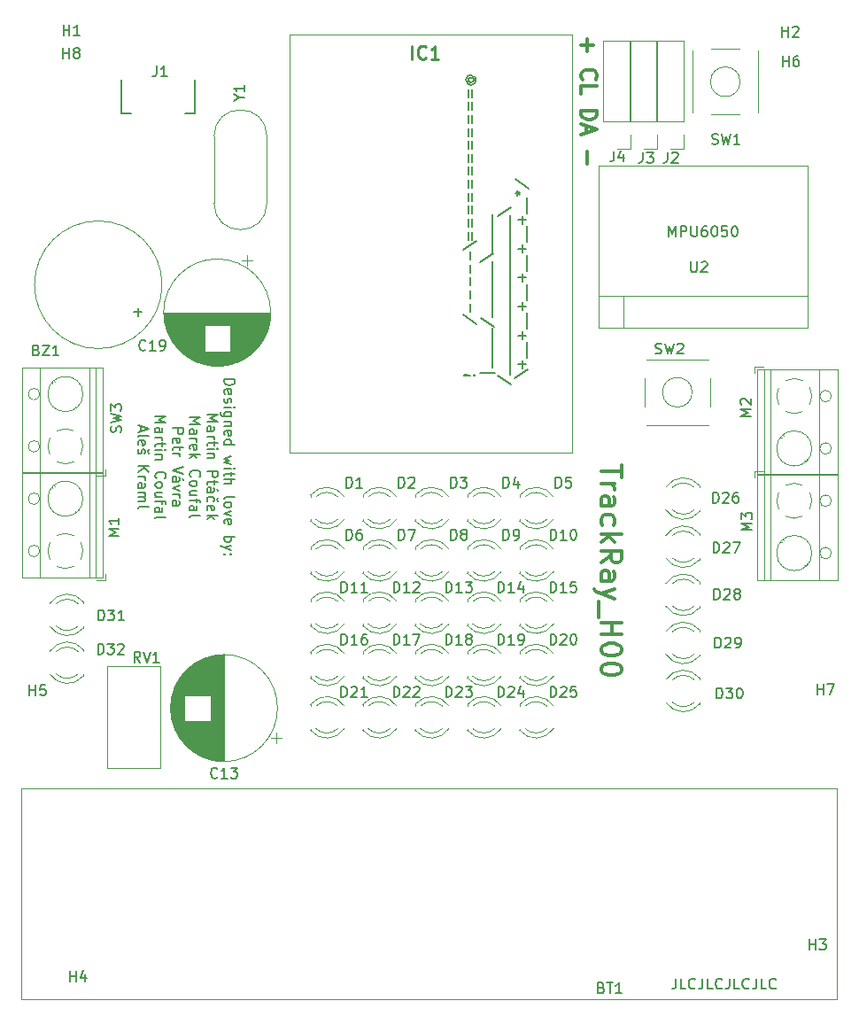
<source format=gbr>
G04 #@! TF.GenerationSoftware,KiCad,Pcbnew,(5.1.5)-3*
G04 #@! TF.CreationDate,2020-03-20T16:35:38+01:00*
G04 #@! TF.ProjectId,TrackRay_H00,54726163-6b52-4617-995f-4830302e6b69,rev?*
G04 #@! TF.SameCoordinates,Original*
G04 #@! TF.FileFunction,Legend,Top*
G04 #@! TF.FilePolarity,Positive*
%FSLAX46Y46*%
G04 Gerber Fmt 4.6, Leading zero omitted, Abs format (unit mm)*
G04 Created by KiCad (PCBNEW (5.1.5)-3) date 2020-03-20 16:35:38*
%MOMM*%
%LPD*%
G04 APERTURE LIST*
%ADD10C,0.150000*%
%ADD11C,0.300000*%
%ADD12C,0.350000*%
%ADD13C,0.200000*%
%ADD14C,0.120000*%
%ADD15C,0.100000*%
%ADD16C,0.203200*%
%ADD17C,0.254000*%
G04 APERTURE END LIST*
D10*
X43464982Y-34193260D02*
X43512601Y-34145640D01*
X43560220Y-34193260D01*
X43512601Y-34240879D01*
X43464982Y-34193260D01*
X43560220Y-34193260D01*
X43179268Y-34193260D02*
X42607840Y-34240879D01*
X42560220Y-34193260D01*
X42607840Y-34145640D01*
X43179268Y-34193260D01*
X42560220Y-34193260D01*
X42512601Y-28431355D02*
X43798316Y-29288498D01*
X43179268Y-28098021D02*
X43179268Y-27336117D01*
X43179268Y-26859926D02*
X43179268Y-26098021D01*
X43179268Y-25621831D02*
X43179268Y-24859926D01*
X43179268Y-24383736D02*
X43179268Y-23621831D01*
X43179268Y-23145640D02*
X43179268Y-22383736D01*
X42464982Y-22240879D02*
X43750697Y-21383736D01*
X43036411Y-21240879D02*
X43036411Y-20478974D01*
X43322125Y-20478974D02*
X43322125Y-21240879D01*
X43036411Y-20002783D02*
X43036411Y-19240879D01*
X43322125Y-19240879D02*
X43322125Y-20002783D01*
X43036411Y-18764688D02*
X43036411Y-18002783D01*
X43322125Y-18002783D02*
X43322125Y-18764688D01*
X43036411Y-17526593D02*
X43036411Y-16764688D01*
X43322125Y-16764688D02*
X43322125Y-17526593D01*
X43036411Y-16288498D02*
X43036411Y-15526593D01*
X43322125Y-15526593D02*
X43322125Y-16288498D01*
X43036411Y-15050402D02*
X43036411Y-14288498D01*
X43322125Y-14288498D02*
X43322125Y-15050402D01*
X43036411Y-13812307D02*
X43036411Y-13050402D01*
X43322125Y-13050402D02*
X43322125Y-13812307D01*
X43036411Y-12574212D02*
X43036411Y-11812307D01*
X43322125Y-11812307D02*
X43322125Y-12574212D01*
X43036411Y-11336117D02*
X43036411Y-10574212D01*
X43322125Y-10574212D02*
X43322125Y-11336117D01*
X43036411Y-10098021D02*
X43036411Y-9336117D01*
X43322125Y-9336117D02*
X43322125Y-10098021D01*
X43036411Y-8859926D02*
X43036411Y-8098021D01*
X43322125Y-8098021D02*
X43322125Y-8859926D01*
X43036411Y-7621831D02*
X43036411Y-6859926D01*
X43322125Y-6859926D02*
X43322125Y-7621831D01*
X43084030Y-5764688D02*
X43036411Y-5812307D01*
X42988792Y-5907545D01*
X42988792Y-6002783D01*
X43036411Y-6098021D01*
X43084030Y-6145640D01*
X43179268Y-6193259D01*
X43274506Y-6193259D01*
X43369744Y-6145640D01*
X43417363Y-6098021D01*
X43464982Y-6002783D01*
X43464982Y-5907545D01*
X43417363Y-5812307D01*
X43369744Y-5764688D01*
X42988792Y-5764688D02*
X43369744Y-5764688D01*
X43417363Y-5717069D01*
X43417363Y-5669450D01*
X43369744Y-5574212D01*
X43274506Y-5526593D01*
X43036411Y-5526593D01*
X42893554Y-5621831D01*
X42798316Y-5764688D01*
X42750697Y-5955164D01*
X42798316Y-6145640D01*
X42893554Y-6288498D01*
X43036411Y-6383736D01*
X43226887Y-6431355D01*
X43417363Y-6383736D01*
X43560220Y-6288498D01*
X43655459Y-6145640D01*
X43703078Y-5955164D01*
X43655459Y-5764688D01*
X43560220Y-5621831D01*
X45543554Y-33955164D02*
X44114982Y-33955164D01*
X45305459Y-33478974D02*
X45305459Y-32717069D01*
X45305459Y-32717069D02*
X45305459Y-31955164D01*
X45305459Y-31955164D02*
X45305459Y-31193260D01*
X45305459Y-31193260D02*
X45305459Y-30431355D01*
X45305459Y-30431355D02*
X45305459Y-29669450D01*
X44162601Y-28717069D02*
X45448316Y-29574212D01*
X45305459Y-28621831D02*
X45305459Y-27859926D01*
X45305459Y-27859926D02*
X45305459Y-27098021D01*
X45305459Y-27098021D02*
X45305459Y-26336117D01*
X45305459Y-26336117D02*
X45305459Y-25574212D01*
X45305459Y-25574212D02*
X45305459Y-24812307D01*
X45305459Y-24812307D02*
X45305459Y-24050402D01*
X45305459Y-24050402D02*
X45305459Y-23288498D01*
X44114982Y-23383736D02*
X45400697Y-22526593D01*
X45305459Y-22621831D02*
X45305459Y-21859926D01*
X45305459Y-21859926D02*
X45305459Y-21098021D01*
X45305459Y-21098021D02*
X45305459Y-20336117D01*
X45305459Y-20336117D02*
X45305459Y-19574212D01*
X45305459Y-19574212D02*
X45305459Y-18812307D01*
X45812601Y-34240879D02*
X47098316Y-35098021D01*
X46955459Y-34145640D02*
X46955459Y-33383736D01*
X46955459Y-33383736D02*
X46955459Y-32621831D01*
X46955459Y-32621831D02*
X46955459Y-31859926D01*
X46955459Y-31859926D02*
X46955459Y-31098021D01*
X46955459Y-31098021D02*
X46955459Y-30336117D01*
X46955459Y-30336117D02*
X46955459Y-29574212D01*
X46955459Y-29574212D02*
X46955459Y-28812307D01*
X46955459Y-28812307D02*
X46955459Y-28050402D01*
X46955459Y-28050402D02*
X46955459Y-27288498D01*
X46955459Y-27288498D02*
X46955459Y-26526593D01*
X46955459Y-26526593D02*
X46955459Y-25764688D01*
X46955459Y-25764688D02*
X46955459Y-25002783D01*
X46955459Y-25002783D02*
X46955459Y-24240879D01*
X46955459Y-24240879D02*
X46955459Y-23478974D01*
X46955459Y-23478974D02*
X46955459Y-22717069D01*
X46955459Y-22717069D02*
X46955459Y-21955164D01*
X46955459Y-21955164D02*
X46955459Y-21193260D01*
X46955459Y-21193260D02*
X46955459Y-20431355D01*
X46955459Y-20431355D02*
X46955459Y-19669450D01*
X46955459Y-19669450D02*
X46955459Y-18907545D01*
X45764982Y-19002783D02*
X47050697Y-18145640D01*
X47414982Y-34526593D02*
X48700697Y-33669450D01*
X48129268Y-33526593D02*
X48129268Y-32764688D01*
X48510220Y-33145640D02*
X47748316Y-33145640D01*
X48605459Y-32526593D02*
X48605459Y-31764688D01*
X48605459Y-31764688D02*
X48605459Y-31002783D01*
X48129268Y-30764688D02*
X48129268Y-30002783D01*
X48510220Y-30383736D02*
X47748316Y-30383736D01*
X48605459Y-29764688D02*
X48605459Y-29002783D01*
X48605459Y-29002783D02*
X48605459Y-28240879D01*
X48129268Y-28002783D02*
X48129268Y-27240879D01*
X48510220Y-27621831D02*
X47748316Y-27621831D01*
X48605459Y-27002783D02*
X48605459Y-26240879D01*
X48605459Y-26240879D02*
X48605459Y-25478974D01*
X48129268Y-25240879D02*
X48129268Y-24478974D01*
X48510220Y-24859926D02*
X47748316Y-24859926D01*
X48605459Y-24240879D02*
X48605459Y-23478974D01*
X48605459Y-23478974D02*
X48605459Y-22717069D01*
X48129268Y-22478974D02*
X48129268Y-21717069D01*
X48510220Y-22098021D02*
X47748316Y-22098021D01*
X48605459Y-21478974D02*
X48605459Y-20717069D01*
X48605459Y-20717069D02*
X48605459Y-19955164D01*
X48129268Y-19717069D02*
X48129268Y-18955164D01*
X48510220Y-19336117D02*
X47748316Y-19336117D01*
X48605459Y-18717069D02*
X48605459Y-17955164D01*
X48605459Y-17955164D02*
X48605459Y-17193260D01*
X47510220Y-16812307D02*
X47748316Y-16812307D01*
X47653078Y-17050402D02*
X47748316Y-16812307D01*
X47653078Y-16574212D01*
X47938792Y-16955164D02*
X47748316Y-16812307D01*
X47938792Y-16669450D01*
X47462601Y-15478974D02*
X48748316Y-16336117D01*
X19661919Y-34594257D02*
X20661919Y-34594257D01*
X20661919Y-34832352D01*
X20614300Y-34975209D01*
X20519061Y-35070447D01*
X20423823Y-35118066D01*
X20233347Y-35165685D01*
X20090490Y-35165685D01*
X19900014Y-35118066D01*
X19804776Y-35070447D01*
X19709538Y-34975209D01*
X19661919Y-34832352D01*
X19661919Y-34594257D01*
X19709538Y-35975209D02*
X19661919Y-35879971D01*
X19661919Y-35689495D01*
X19709538Y-35594257D01*
X19804776Y-35546638D01*
X20185728Y-35546638D01*
X20280966Y-35594257D01*
X20328585Y-35689495D01*
X20328585Y-35879971D01*
X20280966Y-35975209D01*
X20185728Y-36022828D01*
X20090490Y-36022828D01*
X19995252Y-35546638D01*
X19709538Y-36403780D02*
X19661919Y-36499019D01*
X19661919Y-36689495D01*
X19709538Y-36784733D01*
X19804776Y-36832352D01*
X19852395Y-36832352D01*
X19947633Y-36784733D01*
X19995252Y-36689495D01*
X19995252Y-36546638D01*
X20042871Y-36451400D01*
X20138109Y-36403780D01*
X20185728Y-36403780D01*
X20280966Y-36451400D01*
X20328585Y-36546638D01*
X20328585Y-36689495D01*
X20280966Y-36784733D01*
X19661919Y-37260923D02*
X20328585Y-37260923D01*
X20661919Y-37260923D02*
X20614300Y-37213304D01*
X20566680Y-37260923D01*
X20614300Y-37308542D01*
X20661919Y-37260923D01*
X20566680Y-37260923D01*
X20328585Y-38165685D02*
X19519061Y-38165685D01*
X19423823Y-38118066D01*
X19376204Y-38070447D01*
X19328585Y-37975209D01*
X19328585Y-37832352D01*
X19376204Y-37737114D01*
X19709538Y-38165685D02*
X19661919Y-38070447D01*
X19661919Y-37879971D01*
X19709538Y-37784733D01*
X19757157Y-37737114D01*
X19852395Y-37689495D01*
X20138109Y-37689495D01*
X20233347Y-37737114D01*
X20280966Y-37784733D01*
X20328585Y-37879971D01*
X20328585Y-38070447D01*
X20280966Y-38165685D01*
X20328585Y-38641876D02*
X19661919Y-38641876D01*
X20233347Y-38641876D02*
X20280966Y-38689495D01*
X20328585Y-38784733D01*
X20328585Y-38927590D01*
X20280966Y-39022828D01*
X20185728Y-39070447D01*
X19661919Y-39070447D01*
X19709538Y-39927590D02*
X19661919Y-39832352D01*
X19661919Y-39641876D01*
X19709538Y-39546638D01*
X19804776Y-39499019D01*
X20185728Y-39499019D01*
X20280966Y-39546638D01*
X20328585Y-39641876D01*
X20328585Y-39832352D01*
X20280966Y-39927590D01*
X20185728Y-39975209D01*
X20090490Y-39975209D01*
X19995252Y-39499019D01*
X19661919Y-40832352D02*
X20661919Y-40832352D01*
X19709538Y-40832352D02*
X19661919Y-40737114D01*
X19661919Y-40546638D01*
X19709538Y-40451400D01*
X19757157Y-40403780D01*
X19852395Y-40356161D01*
X20138109Y-40356161D01*
X20233347Y-40403780D01*
X20280966Y-40451400D01*
X20328585Y-40546638D01*
X20328585Y-40737114D01*
X20280966Y-40832352D01*
X20328585Y-41975209D02*
X19661919Y-42165685D01*
X20138109Y-42356161D01*
X19661919Y-42546638D01*
X20328585Y-42737114D01*
X19661919Y-43118066D02*
X20328585Y-43118066D01*
X20661919Y-43118066D02*
X20614300Y-43070447D01*
X20566680Y-43118066D01*
X20614300Y-43165685D01*
X20661919Y-43118066D01*
X20566680Y-43118066D01*
X20328585Y-43451400D02*
X20328585Y-43832352D01*
X20661919Y-43594257D02*
X19804776Y-43594257D01*
X19709538Y-43641876D01*
X19661919Y-43737114D01*
X19661919Y-43832352D01*
X19661919Y-44165685D02*
X20661919Y-44165685D01*
X19661919Y-44594257D02*
X20185728Y-44594257D01*
X20280966Y-44546638D01*
X20328585Y-44451400D01*
X20328585Y-44308542D01*
X20280966Y-44213304D01*
X20233347Y-44165685D01*
X19661919Y-45975209D02*
X19709538Y-45879971D01*
X19804776Y-45832352D01*
X20661919Y-45832352D01*
X19661919Y-46499019D02*
X19709538Y-46403780D01*
X19757157Y-46356161D01*
X19852395Y-46308542D01*
X20138109Y-46308542D01*
X20233347Y-46356161D01*
X20280966Y-46403780D01*
X20328585Y-46499019D01*
X20328585Y-46641876D01*
X20280966Y-46737114D01*
X20233347Y-46784733D01*
X20138109Y-46832352D01*
X19852395Y-46832352D01*
X19757157Y-46784733D01*
X19709538Y-46737114D01*
X19661919Y-46641876D01*
X19661919Y-46499019D01*
X20328585Y-47165685D02*
X19661919Y-47403780D01*
X20328585Y-47641876D01*
X19709538Y-48403780D02*
X19661919Y-48308542D01*
X19661919Y-48118066D01*
X19709538Y-48022828D01*
X19804776Y-47975209D01*
X20185728Y-47975209D01*
X20280966Y-48022828D01*
X20328585Y-48118066D01*
X20328585Y-48308542D01*
X20280966Y-48403780D01*
X20185728Y-48451400D01*
X20090490Y-48451400D01*
X19995252Y-47975209D01*
X19661919Y-49641876D02*
X20661919Y-49641876D01*
X20280966Y-49641876D02*
X20328585Y-49737114D01*
X20328585Y-49927590D01*
X20280966Y-50022828D01*
X20233347Y-50070447D01*
X20138109Y-50118066D01*
X19852395Y-50118066D01*
X19757157Y-50070447D01*
X19709538Y-50022828D01*
X19661919Y-49927590D01*
X19661919Y-49737114D01*
X19709538Y-49641876D01*
X20328585Y-50451400D02*
X19661919Y-50689495D01*
X20328585Y-50927590D02*
X19661919Y-50689495D01*
X19423823Y-50594257D01*
X19376204Y-50546638D01*
X19328585Y-50451400D01*
X19757157Y-51308542D02*
X19709538Y-51356161D01*
X19661919Y-51308542D01*
X19709538Y-51260923D01*
X19757157Y-51308542D01*
X19661919Y-51308542D01*
X20280966Y-51308542D02*
X20233347Y-51356161D01*
X20185728Y-51308542D01*
X20233347Y-51260923D01*
X20280966Y-51308542D01*
X20185728Y-51308542D01*
X18011919Y-37999019D02*
X19011919Y-37999019D01*
X18297633Y-38332352D01*
X19011919Y-38665685D01*
X18011919Y-38665685D01*
X18011919Y-39570447D02*
X18535728Y-39570447D01*
X18630966Y-39522828D01*
X18678585Y-39427590D01*
X18678585Y-39237114D01*
X18630966Y-39141876D01*
X18059538Y-39570447D02*
X18011919Y-39475209D01*
X18011919Y-39237114D01*
X18059538Y-39141876D01*
X18154776Y-39094257D01*
X18250014Y-39094257D01*
X18345252Y-39141876D01*
X18392871Y-39237114D01*
X18392871Y-39475209D01*
X18440490Y-39570447D01*
X18011919Y-40046638D02*
X18678585Y-40046638D01*
X18488109Y-40046638D02*
X18583347Y-40094257D01*
X18630966Y-40141876D01*
X18678585Y-40237114D01*
X18678585Y-40332352D01*
X18678585Y-40522828D02*
X18678585Y-40903780D01*
X19011919Y-40665685D02*
X18154776Y-40665685D01*
X18059538Y-40713304D01*
X18011919Y-40808542D01*
X18011919Y-40903780D01*
X18011919Y-41237114D02*
X18678585Y-41237114D01*
X19011919Y-41237114D02*
X18964300Y-41189495D01*
X18916680Y-41237114D01*
X18964300Y-41284733D01*
X19011919Y-41237114D01*
X18916680Y-41237114D01*
X18678585Y-41713304D02*
X18011919Y-41713304D01*
X18583347Y-41713304D02*
X18630966Y-41760923D01*
X18678585Y-41856161D01*
X18678585Y-41999019D01*
X18630966Y-42094257D01*
X18535728Y-42141876D01*
X18011919Y-42141876D01*
X18011919Y-43379971D02*
X19011919Y-43379971D01*
X19011919Y-43760923D01*
X18964300Y-43856161D01*
X18916680Y-43903780D01*
X18821442Y-43951400D01*
X18678585Y-43951400D01*
X18583347Y-43903780D01*
X18535728Y-43856161D01*
X18488109Y-43760923D01*
X18488109Y-43379971D01*
X18678585Y-44237114D02*
X18678585Y-44618066D01*
X19011919Y-44379971D02*
X18154776Y-44379971D01*
X18059538Y-44427590D01*
X18011919Y-44522828D01*
X18011919Y-44618066D01*
X18011919Y-45379971D02*
X18535728Y-45379971D01*
X18630966Y-45332352D01*
X18678585Y-45237114D01*
X18678585Y-45046638D01*
X18630966Y-44951400D01*
X18059538Y-45379971D02*
X18011919Y-45284733D01*
X18011919Y-45046638D01*
X18059538Y-44951400D01*
X18154776Y-44903780D01*
X18250014Y-44903780D01*
X18345252Y-44951400D01*
X18392871Y-45046638D01*
X18392871Y-45284733D01*
X18440490Y-45379971D01*
X19059538Y-45237114D02*
X18916680Y-45094257D01*
X18059538Y-46284733D02*
X18011919Y-46189495D01*
X18011919Y-45999019D01*
X18059538Y-45903780D01*
X18107157Y-45856161D01*
X18202395Y-45808542D01*
X18488109Y-45808542D01*
X18583347Y-45856161D01*
X18630966Y-45903780D01*
X18678585Y-45999019D01*
X18678585Y-46189495D01*
X18630966Y-46284733D01*
X19059538Y-45903780D02*
X18916680Y-46094257D01*
X19059538Y-46284733D01*
X18059538Y-47094257D02*
X18011919Y-46999019D01*
X18011919Y-46808542D01*
X18059538Y-46713304D01*
X18154776Y-46665685D01*
X18535728Y-46665685D01*
X18630966Y-46713304D01*
X18678585Y-46808542D01*
X18678585Y-46999019D01*
X18630966Y-47094257D01*
X18535728Y-47141876D01*
X18440490Y-47141876D01*
X18345252Y-46665685D01*
X18011919Y-47570447D02*
X19011919Y-47570447D01*
X18392871Y-47665685D02*
X18011919Y-47951400D01*
X18678585Y-47951400D02*
X18297633Y-47570447D01*
X16361919Y-38237114D02*
X17361919Y-38237114D01*
X16647633Y-38570447D01*
X17361919Y-38903780D01*
X16361919Y-38903780D01*
X16361919Y-39808542D02*
X16885728Y-39808542D01*
X16980966Y-39760923D01*
X17028585Y-39665685D01*
X17028585Y-39475209D01*
X16980966Y-39379971D01*
X16409538Y-39808542D02*
X16361919Y-39713304D01*
X16361919Y-39475209D01*
X16409538Y-39379971D01*
X16504776Y-39332352D01*
X16600014Y-39332352D01*
X16695252Y-39379971D01*
X16742871Y-39475209D01*
X16742871Y-39713304D01*
X16790490Y-39808542D01*
X16361919Y-40284733D02*
X17028585Y-40284733D01*
X16838109Y-40284733D02*
X16933347Y-40332352D01*
X16980966Y-40379971D01*
X17028585Y-40475209D01*
X17028585Y-40570447D01*
X16409538Y-41284733D02*
X16361919Y-41189495D01*
X16361919Y-40999019D01*
X16409538Y-40903780D01*
X16504776Y-40856161D01*
X16885728Y-40856161D01*
X16980966Y-40903780D01*
X17028585Y-40999019D01*
X17028585Y-41189495D01*
X16980966Y-41284733D01*
X16885728Y-41332352D01*
X16790490Y-41332352D01*
X16695252Y-40856161D01*
X16361919Y-41760923D02*
X17361919Y-41760923D01*
X16742871Y-41856161D02*
X16361919Y-42141876D01*
X17028585Y-42141876D02*
X16647633Y-41760923D01*
X16457157Y-43903780D02*
X16409538Y-43856161D01*
X16361919Y-43713304D01*
X16361919Y-43618066D01*
X16409538Y-43475209D01*
X16504776Y-43379971D01*
X16600014Y-43332352D01*
X16790490Y-43284733D01*
X16933347Y-43284733D01*
X17123823Y-43332352D01*
X17219061Y-43379971D01*
X17314300Y-43475209D01*
X17361919Y-43618066D01*
X17361919Y-43713304D01*
X17314300Y-43856161D01*
X17266680Y-43903780D01*
X16361919Y-44475209D02*
X16409538Y-44379971D01*
X16457157Y-44332352D01*
X16552395Y-44284733D01*
X16838109Y-44284733D01*
X16933347Y-44332352D01*
X16980966Y-44379971D01*
X17028585Y-44475209D01*
X17028585Y-44618066D01*
X16980966Y-44713304D01*
X16933347Y-44760923D01*
X16838109Y-44808542D01*
X16552395Y-44808542D01*
X16457157Y-44760923D01*
X16409538Y-44713304D01*
X16361919Y-44618066D01*
X16361919Y-44475209D01*
X17028585Y-45665685D02*
X16361919Y-45665685D01*
X17028585Y-45237114D02*
X16504776Y-45237114D01*
X16409538Y-45284733D01*
X16361919Y-45379971D01*
X16361919Y-45522828D01*
X16409538Y-45618066D01*
X16457157Y-45665685D01*
X17028585Y-45999019D02*
X17028585Y-46379971D01*
X16361919Y-46141876D02*
X17219061Y-46141876D01*
X17314300Y-46189495D01*
X17361919Y-46284733D01*
X17361919Y-46379971D01*
X16361919Y-47141876D02*
X16885728Y-47141876D01*
X16980966Y-47094257D01*
X17028585Y-46999019D01*
X17028585Y-46808542D01*
X16980966Y-46713304D01*
X16409538Y-47141876D02*
X16361919Y-47046638D01*
X16361919Y-46808542D01*
X16409538Y-46713304D01*
X16504776Y-46665685D01*
X16600014Y-46665685D01*
X16695252Y-46713304D01*
X16742871Y-46808542D01*
X16742871Y-47046638D01*
X16790490Y-47141876D01*
X16361919Y-47760923D02*
X16409538Y-47665685D01*
X16504776Y-47618066D01*
X17361919Y-47618066D01*
X14711919Y-39260923D02*
X15711919Y-39260923D01*
X15711919Y-39641876D01*
X15664300Y-39737114D01*
X15616680Y-39784733D01*
X15521442Y-39832352D01*
X15378585Y-39832352D01*
X15283347Y-39784733D01*
X15235728Y-39737114D01*
X15188109Y-39641876D01*
X15188109Y-39260923D01*
X14759538Y-40641876D02*
X14711919Y-40546638D01*
X14711919Y-40356161D01*
X14759538Y-40260923D01*
X14854776Y-40213304D01*
X15235728Y-40213304D01*
X15330966Y-40260923D01*
X15378585Y-40356161D01*
X15378585Y-40546638D01*
X15330966Y-40641876D01*
X15235728Y-40689495D01*
X15140490Y-40689495D01*
X15045252Y-40213304D01*
X15378585Y-40975209D02*
X15378585Y-41356161D01*
X15711919Y-41118066D02*
X14854776Y-41118066D01*
X14759538Y-41165685D01*
X14711919Y-41260923D01*
X14711919Y-41356161D01*
X14711919Y-41689495D02*
X15378585Y-41689495D01*
X15188109Y-41689495D02*
X15283347Y-41737114D01*
X15330966Y-41784733D01*
X15378585Y-41879971D01*
X15378585Y-41975209D01*
X15711919Y-42927590D02*
X14711919Y-43260923D01*
X15711919Y-43594257D01*
X14711919Y-44356161D02*
X15235728Y-44356161D01*
X15330966Y-44308542D01*
X15378585Y-44213304D01*
X15378585Y-44022828D01*
X15330966Y-43927590D01*
X14759538Y-44356161D02*
X14711919Y-44260923D01*
X14711919Y-44022828D01*
X14759538Y-43927590D01*
X14854776Y-43879971D01*
X14950014Y-43879971D01*
X15045252Y-43927590D01*
X15092871Y-44022828D01*
X15092871Y-44260923D01*
X15140490Y-44356161D01*
X15759538Y-44213304D02*
X15616680Y-44070447D01*
X15378585Y-44737114D02*
X14711919Y-44975209D01*
X15378585Y-45213304D01*
X14711919Y-45594257D02*
X15378585Y-45594257D01*
X15188109Y-45594257D02*
X15283347Y-45641876D01*
X15330966Y-45689495D01*
X15378585Y-45784733D01*
X15378585Y-45879971D01*
X14711919Y-46641876D02*
X15235728Y-46641876D01*
X15330966Y-46594257D01*
X15378585Y-46499019D01*
X15378585Y-46308542D01*
X15330966Y-46213304D01*
X14759538Y-46641876D02*
X14711919Y-46546638D01*
X14711919Y-46308542D01*
X14759538Y-46213304D01*
X14854776Y-46165685D01*
X14950014Y-46165685D01*
X15045252Y-46213304D01*
X15092871Y-46308542D01*
X15092871Y-46546638D01*
X15140490Y-46641876D01*
X13061919Y-38094257D02*
X14061919Y-38094257D01*
X13347633Y-38427590D01*
X14061919Y-38760923D01*
X13061919Y-38760923D01*
X13061919Y-39665685D02*
X13585728Y-39665685D01*
X13680966Y-39618066D01*
X13728585Y-39522828D01*
X13728585Y-39332352D01*
X13680966Y-39237114D01*
X13109538Y-39665685D02*
X13061919Y-39570447D01*
X13061919Y-39332352D01*
X13109538Y-39237114D01*
X13204776Y-39189495D01*
X13300014Y-39189495D01*
X13395252Y-39237114D01*
X13442871Y-39332352D01*
X13442871Y-39570447D01*
X13490490Y-39665685D01*
X13061919Y-40141876D02*
X13728585Y-40141876D01*
X13538109Y-40141876D02*
X13633347Y-40189495D01*
X13680966Y-40237114D01*
X13728585Y-40332352D01*
X13728585Y-40427590D01*
X13728585Y-40618066D02*
X13728585Y-40999019D01*
X14061919Y-40760923D02*
X13204776Y-40760923D01*
X13109538Y-40808542D01*
X13061919Y-40903780D01*
X13061919Y-40999019D01*
X13061919Y-41332352D02*
X13728585Y-41332352D01*
X14061919Y-41332352D02*
X14014300Y-41284733D01*
X13966680Y-41332352D01*
X14014300Y-41379971D01*
X14061919Y-41332352D01*
X13966680Y-41332352D01*
X13728585Y-41808542D02*
X13061919Y-41808542D01*
X13633347Y-41808542D02*
X13680966Y-41856161D01*
X13728585Y-41951400D01*
X13728585Y-42094257D01*
X13680966Y-42189495D01*
X13585728Y-42237114D01*
X13061919Y-42237114D01*
X13157157Y-44046638D02*
X13109538Y-43999019D01*
X13061919Y-43856161D01*
X13061919Y-43760923D01*
X13109538Y-43618066D01*
X13204776Y-43522828D01*
X13300014Y-43475209D01*
X13490490Y-43427590D01*
X13633347Y-43427590D01*
X13823823Y-43475209D01*
X13919061Y-43522828D01*
X14014300Y-43618066D01*
X14061919Y-43760923D01*
X14061919Y-43856161D01*
X14014300Y-43999019D01*
X13966680Y-44046638D01*
X13061919Y-44618066D02*
X13109538Y-44522828D01*
X13157157Y-44475209D01*
X13252395Y-44427590D01*
X13538109Y-44427590D01*
X13633347Y-44475209D01*
X13680966Y-44522828D01*
X13728585Y-44618066D01*
X13728585Y-44760923D01*
X13680966Y-44856161D01*
X13633347Y-44903780D01*
X13538109Y-44951400D01*
X13252395Y-44951400D01*
X13157157Y-44903780D01*
X13109538Y-44856161D01*
X13061919Y-44760923D01*
X13061919Y-44618066D01*
X13728585Y-45808542D02*
X13061919Y-45808542D01*
X13728585Y-45379971D02*
X13204776Y-45379971D01*
X13109538Y-45427590D01*
X13061919Y-45522828D01*
X13061919Y-45665685D01*
X13109538Y-45760923D01*
X13157157Y-45808542D01*
X13728585Y-46141876D02*
X13728585Y-46522828D01*
X13061919Y-46284733D02*
X13919061Y-46284733D01*
X14014300Y-46332352D01*
X14061919Y-46427590D01*
X14061919Y-46522828D01*
X13061919Y-47284733D02*
X13585728Y-47284733D01*
X13680966Y-47237114D01*
X13728585Y-47141876D01*
X13728585Y-46951400D01*
X13680966Y-46856161D01*
X13109538Y-47284733D02*
X13061919Y-47189495D01*
X13061919Y-46951400D01*
X13109538Y-46856161D01*
X13204776Y-46808542D01*
X13300014Y-46808542D01*
X13395252Y-46856161D01*
X13442871Y-46951400D01*
X13442871Y-47189495D01*
X13490490Y-47284733D01*
X13061919Y-47903780D02*
X13109538Y-47808542D01*
X13204776Y-47760923D01*
X14061919Y-47760923D01*
X11697633Y-39046638D02*
X11697633Y-39522828D01*
X11411919Y-38951400D02*
X12411919Y-39284733D01*
X11411919Y-39618066D01*
X11411919Y-40094257D02*
X11459538Y-39999019D01*
X11554776Y-39951400D01*
X12411919Y-39951400D01*
X11459538Y-40856161D02*
X11411919Y-40760923D01*
X11411919Y-40570447D01*
X11459538Y-40475209D01*
X11554776Y-40427590D01*
X11935728Y-40427590D01*
X12030966Y-40475209D01*
X12078585Y-40570447D01*
X12078585Y-40760923D01*
X12030966Y-40856161D01*
X11935728Y-40903780D01*
X11840490Y-40903780D01*
X11745252Y-40427590D01*
X11459538Y-41284733D02*
X11411919Y-41379971D01*
X11411919Y-41570447D01*
X11459538Y-41665685D01*
X11554776Y-41713304D01*
X11602395Y-41713304D01*
X11697633Y-41665685D01*
X11745252Y-41570447D01*
X11745252Y-41427590D01*
X11792871Y-41332352D01*
X11888109Y-41284733D01*
X11935728Y-41284733D01*
X12030966Y-41332352D01*
X12078585Y-41427590D01*
X12078585Y-41570447D01*
X12030966Y-41665685D01*
X12459538Y-41284733D02*
X12316680Y-41475209D01*
X12459538Y-41665685D01*
X11411919Y-42903780D02*
X12411919Y-42903780D01*
X11411919Y-43475209D02*
X11983347Y-43046638D01*
X12411919Y-43475209D02*
X11840490Y-42903780D01*
X11411919Y-43903780D02*
X12078585Y-43903780D01*
X11888109Y-43903780D02*
X11983347Y-43951400D01*
X12030966Y-43999019D01*
X12078585Y-44094257D01*
X12078585Y-44189495D01*
X11411919Y-44951400D02*
X11935728Y-44951400D01*
X12030966Y-44903780D01*
X12078585Y-44808542D01*
X12078585Y-44618066D01*
X12030966Y-44522828D01*
X11459538Y-44951400D02*
X11411919Y-44856161D01*
X11411919Y-44618066D01*
X11459538Y-44522828D01*
X11554776Y-44475209D01*
X11650014Y-44475209D01*
X11745252Y-44522828D01*
X11792871Y-44618066D01*
X11792871Y-44856161D01*
X11840490Y-44951400D01*
X11411919Y-45427590D02*
X12078585Y-45427590D01*
X11983347Y-45427590D02*
X12030966Y-45475209D01*
X12078585Y-45570447D01*
X12078585Y-45713304D01*
X12030966Y-45808542D01*
X11935728Y-45856161D01*
X11411919Y-45856161D01*
X11935728Y-45856161D02*
X12030966Y-45903780D01*
X12078585Y-45999019D01*
X12078585Y-46141876D01*
X12030966Y-46237114D01*
X11935728Y-46284733D01*
X11411919Y-46284733D01*
X11411919Y-46903780D02*
X11459538Y-46808542D01*
X11554776Y-46760923D01*
X12411919Y-46760923D01*
D11*
X54363157Y-2062114D02*
X54363157Y-3204971D01*
X53791728Y-2633542D02*
X54934585Y-2633542D01*
X53934585Y-5919257D02*
X53863157Y-5847828D01*
X53791728Y-5633542D01*
X53791728Y-5490685D01*
X53863157Y-5276400D01*
X54006014Y-5133542D01*
X54148871Y-5062114D01*
X54434585Y-4990685D01*
X54648871Y-4990685D01*
X54934585Y-5062114D01*
X55077442Y-5133542D01*
X55220300Y-5276400D01*
X55291728Y-5490685D01*
X55291728Y-5633542D01*
X55220300Y-5847828D01*
X55148871Y-5919257D01*
X53791728Y-7276400D02*
X53791728Y-6562114D01*
X55291728Y-6562114D01*
X53791728Y-8919257D02*
X55291728Y-8919257D01*
X55291728Y-9276400D01*
X55220300Y-9490685D01*
X55077442Y-9633542D01*
X54934585Y-9704971D01*
X54648871Y-9776400D01*
X54434585Y-9776400D01*
X54148871Y-9704971D01*
X54006014Y-9633542D01*
X53863157Y-9490685D01*
X53791728Y-9276400D01*
X53791728Y-8919257D01*
X54220300Y-10347828D02*
X54220300Y-11062114D01*
X53791728Y-10204971D02*
X55291728Y-10704971D01*
X53791728Y-11204971D01*
X54363157Y-12847828D02*
X54363157Y-13990685D01*
D12*
X57673738Y-42790742D02*
X57673738Y-43933600D01*
X55673738Y-43362171D02*
X57673738Y-43362171D01*
X55673738Y-44600266D02*
X57007071Y-44600266D01*
X56626119Y-44600266D02*
X56816595Y-44695504D01*
X56911833Y-44790742D01*
X57007071Y-44981219D01*
X57007071Y-45171695D01*
X55673738Y-46695504D02*
X56721357Y-46695504D01*
X56911833Y-46600266D01*
X57007071Y-46409790D01*
X57007071Y-46028838D01*
X56911833Y-45838361D01*
X55768976Y-46695504D02*
X55673738Y-46505028D01*
X55673738Y-46028838D01*
X55768976Y-45838361D01*
X55959452Y-45743123D01*
X56149928Y-45743123D01*
X56340404Y-45838361D01*
X56435642Y-46028838D01*
X56435642Y-46505028D01*
X56530880Y-46695504D01*
X55768976Y-48505028D02*
X55673738Y-48314552D01*
X55673738Y-47933600D01*
X55768976Y-47743123D01*
X55864214Y-47647885D01*
X56054690Y-47552647D01*
X56626119Y-47552647D01*
X56816595Y-47647885D01*
X56911833Y-47743123D01*
X57007071Y-47933600D01*
X57007071Y-48314552D01*
X56911833Y-48505028D01*
X55673738Y-49362171D02*
X57673738Y-49362171D01*
X56435642Y-49552647D02*
X55673738Y-50124076D01*
X57007071Y-50124076D02*
X56245166Y-49362171D01*
X55673738Y-52124076D02*
X56626119Y-51457409D01*
X55673738Y-50981219D02*
X57673738Y-50981219D01*
X57673738Y-51743123D01*
X57578500Y-51933600D01*
X57483261Y-52028838D01*
X57292785Y-52124076D01*
X57007071Y-52124076D01*
X56816595Y-52028838D01*
X56721357Y-51933600D01*
X56626119Y-51743123D01*
X56626119Y-50981219D01*
X55673738Y-53838361D02*
X56721357Y-53838361D01*
X56911833Y-53743123D01*
X57007071Y-53552647D01*
X57007071Y-53171695D01*
X56911833Y-52981219D01*
X55768976Y-53838361D02*
X55673738Y-53647885D01*
X55673738Y-53171695D01*
X55768976Y-52981219D01*
X55959452Y-52885980D01*
X56149928Y-52885980D01*
X56340404Y-52981219D01*
X56435642Y-53171695D01*
X56435642Y-53647885D01*
X56530880Y-53838361D01*
X57007071Y-54600266D02*
X55673738Y-55076457D01*
X57007071Y-55552647D02*
X55673738Y-55076457D01*
X55197547Y-54885980D01*
X55102309Y-54790742D01*
X55007071Y-54600266D01*
X55483261Y-55838361D02*
X55483261Y-57362171D01*
X55673738Y-57838361D02*
X57673738Y-57838361D01*
X56721357Y-57838361D02*
X56721357Y-58981219D01*
X55673738Y-58981219D02*
X57673738Y-58981219D01*
X57673738Y-60314552D02*
X57673738Y-60505028D01*
X57578500Y-60695504D01*
X57483261Y-60790742D01*
X57292785Y-60885980D01*
X56911833Y-60981219D01*
X56435642Y-60981219D01*
X56054690Y-60885980D01*
X55864214Y-60790742D01*
X55768976Y-60695504D01*
X55673738Y-60505028D01*
X55673738Y-60314552D01*
X55768976Y-60124076D01*
X55864214Y-60028838D01*
X56054690Y-59933600D01*
X56435642Y-59838361D01*
X56911833Y-59838361D01*
X57292785Y-59933600D01*
X57483261Y-60028838D01*
X57578500Y-60124076D01*
X57673738Y-60314552D01*
X57673738Y-62219314D02*
X57673738Y-62409790D01*
X57578500Y-62600266D01*
X57483261Y-62695504D01*
X57292785Y-62790742D01*
X56911833Y-62885980D01*
X56435642Y-62885980D01*
X56054690Y-62790742D01*
X55864214Y-62695504D01*
X55768976Y-62600266D01*
X55673738Y-62409790D01*
X55673738Y-62219314D01*
X55768976Y-62028838D01*
X55864214Y-61933600D01*
X56054690Y-61838361D01*
X56435642Y-61743123D01*
X56911833Y-61743123D01*
X57292785Y-61838361D01*
X57483261Y-61933600D01*
X57578500Y-62028838D01*
X57673738Y-62219314D01*
D13*
X62817952Y-91857580D02*
X62817952Y-92571866D01*
X62770333Y-92714723D01*
X62675095Y-92809961D01*
X62532238Y-92857580D01*
X62437000Y-92857580D01*
X63770333Y-92857580D02*
X63294142Y-92857580D01*
X63294142Y-91857580D01*
X64675095Y-92762342D02*
X64627476Y-92809961D01*
X64484619Y-92857580D01*
X64389380Y-92857580D01*
X64246523Y-92809961D01*
X64151285Y-92714723D01*
X64103666Y-92619485D01*
X64056047Y-92429009D01*
X64056047Y-92286152D01*
X64103666Y-92095676D01*
X64151285Y-92000438D01*
X64246523Y-91905200D01*
X64389380Y-91857580D01*
X64484619Y-91857580D01*
X64627476Y-91905200D01*
X64675095Y-91952819D01*
X65389380Y-91857580D02*
X65389380Y-92571866D01*
X65341761Y-92714723D01*
X65246523Y-92809961D01*
X65103666Y-92857580D01*
X65008428Y-92857580D01*
X66341761Y-92857580D02*
X65865571Y-92857580D01*
X65865571Y-91857580D01*
X67246523Y-92762342D02*
X67198904Y-92809961D01*
X67056047Y-92857580D01*
X66960809Y-92857580D01*
X66817952Y-92809961D01*
X66722714Y-92714723D01*
X66675095Y-92619485D01*
X66627476Y-92429009D01*
X66627476Y-92286152D01*
X66675095Y-92095676D01*
X66722714Y-92000438D01*
X66817952Y-91905200D01*
X66960809Y-91857580D01*
X67056047Y-91857580D01*
X67198904Y-91905200D01*
X67246523Y-91952819D01*
X67960809Y-91857580D02*
X67960809Y-92571866D01*
X67913190Y-92714723D01*
X67817952Y-92809961D01*
X67675095Y-92857580D01*
X67579857Y-92857580D01*
X68913190Y-92857580D02*
X68437000Y-92857580D01*
X68437000Y-91857580D01*
X69817952Y-92762342D02*
X69770333Y-92809961D01*
X69627476Y-92857580D01*
X69532238Y-92857580D01*
X69389380Y-92809961D01*
X69294142Y-92714723D01*
X69246523Y-92619485D01*
X69198904Y-92429009D01*
X69198904Y-92286152D01*
X69246523Y-92095676D01*
X69294142Y-92000438D01*
X69389380Y-91905200D01*
X69532238Y-91857580D01*
X69627476Y-91857580D01*
X69770333Y-91905200D01*
X69817952Y-91952819D01*
X70532238Y-91857580D02*
X70532238Y-92571866D01*
X70484619Y-92714723D01*
X70389380Y-92809961D01*
X70246523Y-92857580D01*
X70151285Y-92857580D01*
X71484619Y-92857580D02*
X71008428Y-92857580D01*
X71008428Y-91857580D01*
X72389380Y-92762342D02*
X72341761Y-92809961D01*
X72198904Y-92857580D01*
X72103666Y-92857580D01*
X71960809Y-92809961D01*
X71865571Y-92714723D01*
X71817952Y-92619485D01*
X71770333Y-92429009D01*
X71770333Y-92286152D01*
X71817952Y-92095676D01*
X71865571Y-92000438D01*
X71960809Y-91905200D01*
X72103666Y-91857580D01*
X72198904Y-91857580D01*
X72341761Y-91905200D01*
X72389380Y-91952819D01*
D14*
X225800Y-93819200D02*
X225800Y-73719200D01*
X78225800Y-93819200D02*
X225800Y-93819200D01*
X78225800Y-73719200D02*
X78225800Y-93819200D01*
X225800Y-73719200D02*
X78225800Y-73719200D01*
X70345600Y-43397400D02*
X70345600Y-43997400D01*
X71185600Y-43397400D02*
X70345600Y-43397400D01*
X73169600Y-50017400D02*
X73076600Y-49923400D01*
X75420600Y-52267400D02*
X75361600Y-52208400D01*
X72929600Y-50187400D02*
X72871600Y-50128400D01*
X75214600Y-52472400D02*
X75121600Y-52378400D01*
X78305600Y-53757400D02*
X70584600Y-53757400D01*
X78305600Y-43637400D02*
X70584600Y-43637400D01*
X70584600Y-43637400D02*
X70584600Y-53757400D01*
X78305600Y-43637400D02*
X78305600Y-53757400D01*
X76545600Y-43637400D02*
X76545600Y-53757400D01*
X71845600Y-43637400D02*
X71845600Y-53757400D01*
X71245600Y-43637400D02*
X71245600Y-53757400D01*
X77695600Y-51197400D02*
G75*
G03X77695600Y-51197400I-550000J0D01*
G01*
X75825600Y-51197400D02*
G75*
G03X75825600Y-51197400I-1680000J0D01*
G01*
X77695600Y-46197400D02*
G75*
G03X77695600Y-46197400I-550000J0D01*
G01*
X72465150Y-46226783D02*
G75*
G02X72661600Y-45408400I1680450J29383D01*
G01*
X73356512Y-44713447D02*
G75*
G02X74934600Y-44713400I789088J-1483953D01*
G01*
X75629553Y-45408312D02*
G75*
G02X75629600Y-46986400I-1483953J-789088D01*
G01*
X74934688Y-47681353D02*
G75*
G02X73356600Y-47681400I-789088J1483953D01*
G01*
X72662248Y-46986112D02*
G75*
G02X72465600Y-46197400I1483352J788712D01*
G01*
X55415000Y-14143200D02*
X55415000Y-26643200D01*
X75395000Y-26643200D02*
X75395000Y-14143200D01*
X57785000Y-26643200D02*
X75395000Y-26643200D01*
X55415000Y-26643200D02*
X57785000Y-26643200D01*
X57785000Y-26643200D02*
X57785000Y-29643200D01*
X55415000Y-29643200D02*
X55415000Y-26643200D01*
X75395000Y-29643200D02*
X55415000Y-29643200D01*
X75395000Y-26643200D02*
X75395000Y-29643200D01*
X55415000Y-14143200D02*
X75395000Y-14143200D01*
D15*
X25930000Y-1620000D02*
X52930000Y-1620000D01*
X52930000Y-1620000D02*
X52930000Y-41620000D01*
X52930000Y-41620000D02*
X25930000Y-41620000D01*
X25930000Y-41620000D02*
X25930000Y-1620000D01*
D14*
X58530800Y-12531400D02*
X57200800Y-12531400D01*
X58530800Y-11201400D02*
X58530800Y-12531400D01*
X58530800Y-9931400D02*
X55870800Y-9931400D01*
X55870800Y-9931400D02*
X55870800Y-2251400D01*
X58530800Y-9931400D02*
X58530800Y-2251400D01*
X58530800Y-2251400D02*
X55870800Y-2251400D01*
X61070800Y-12531400D02*
X59740800Y-12531400D01*
X61070800Y-11201400D02*
X61070800Y-12531400D01*
X61070800Y-9931400D02*
X58410800Y-9931400D01*
X58410800Y-9931400D02*
X58410800Y-2251400D01*
X61070800Y-9931400D02*
X61070800Y-2251400D01*
X61070800Y-2251400D02*
X58410800Y-2251400D01*
X63610800Y-12531400D02*
X62280800Y-12531400D01*
X63610800Y-11201400D02*
X63610800Y-12531400D01*
X63610800Y-9931400D02*
X60950800Y-9931400D01*
X60950800Y-9931400D02*
X60950800Y-2251400D01*
X63610800Y-9931400D02*
X63610800Y-2251400D01*
X63610800Y-2251400D02*
X60950800Y-2251400D01*
X47898400Y-67979400D02*
X47898400Y-68135400D01*
X47898400Y-65663400D02*
X47898400Y-65819400D01*
X50499530Y-67979237D02*
G75*
G02X48417439Y-67979400I-1041130J1079837D01*
G01*
X50499530Y-65819563D02*
G75*
G03X48417439Y-65819400I-1041130J-1079837D01*
G01*
X51130735Y-67978008D02*
G75*
G02X47898400Y-68134916I-1672335J1078608D01*
G01*
X51130735Y-65820792D02*
G75*
G03X47898400Y-65663884I-1672335J-1078608D01*
G01*
X27898400Y-67979400D02*
X27898400Y-68135400D01*
X27898400Y-65663400D02*
X27898400Y-65819400D01*
X30499530Y-67979237D02*
G75*
G02X28417439Y-67979400I-1041130J1079837D01*
G01*
X30499530Y-65819563D02*
G75*
G03X28417439Y-65819400I-1041130J-1079837D01*
G01*
X31130735Y-67978008D02*
G75*
G02X27898400Y-68134916I-1672335J1078608D01*
G01*
X31130735Y-65820792D02*
G75*
G03X27898400Y-65663884I-1672335J-1078608D01*
G01*
X47898400Y-62979400D02*
X47898400Y-63135400D01*
X47898400Y-60663400D02*
X47898400Y-60819400D01*
X50499530Y-62979237D02*
G75*
G02X48417439Y-62979400I-1041130J1079837D01*
G01*
X50499530Y-60819563D02*
G75*
G03X48417439Y-60819400I-1041130J-1079837D01*
G01*
X51130735Y-62978008D02*
G75*
G02X47898400Y-63134916I-1672335J1078608D01*
G01*
X51130735Y-60820792D02*
G75*
G03X47898400Y-60663884I-1672335J-1078608D01*
G01*
X32898400Y-67979400D02*
X32898400Y-68135400D01*
X32898400Y-65663400D02*
X32898400Y-65819400D01*
X35499530Y-67979237D02*
G75*
G02X33417439Y-67979400I-1041130J1079837D01*
G01*
X35499530Y-65819563D02*
G75*
G03X33417439Y-65819400I-1041130J-1079837D01*
G01*
X36130735Y-67978008D02*
G75*
G02X32898400Y-68134916I-1672335J1078608D01*
G01*
X36130735Y-65820792D02*
G75*
G03X32898400Y-65663884I-1672335J-1078608D01*
G01*
X42898400Y-67979400D02*
X42898400Y-68135400D01*
X42898400Y-65663400D02*
X42898400Y-65819400D01*
X45499530Y-67979237D02*
G75*
G02X43417439Y-67979400I-1041130J1079837D01*
G01*
X45499530Y-65819563D02*
G75*
G03X43417439Y-65819400I-1041130J-1079837D01*
G01*
X46130735Y-67978008D02*
G75*
G02X42898400Y-68134916I-1672335J1078608D01*
G01*
X46130735Y-65820792D02*
G75*
G03X42898400Y-65663884I-1672335J-1078608D01*
G01*
X42898400Y-62979400D02*
X42898400Y-63135400D01*
X42898400Y-60663400D02*
X42898400Y-60819400D01*
X45499530Y-62979237D02*
G75*
G02X43417439Y-62979400I-1041130J1079837D01*
G01*
X45499530Y-60819563D02*
G75*
G03X43417439Y-60819400I-1041130J-1079837D01*
G01*
X46130735Y-62978008D02*
G75*
G02X42898400Y-63134916I-1672335J1078608D01*
G01*
X46130735Y-60820792D02*
G75*
G03X42898400Y-60663884I-1672335J-1078608D01*
G01*
X37898400Y-67979400D02*
X37898400Y-68135400D01*
X37898400Y-65663400D02*
X37898400Y-65819400D01*
X40499530Y-67979237D02*
G75*
G02X38417439Y-67979400I-1041130J1079837D01*
G01*
X40499530Y-65819563D02*
G75*
G03X38417439Y-65819400I-1041130J-1079837D01*
G01*
X41130735Y-67978008D02*
G75*
G02X37898400Y-68134916I-1672335J1078608D01*
G01*
X41130735Y-65820792D02*
G75*
G03X37898400Y-65663884I-1672335J-1078608D01*
G01*
X37898400Y-62979400D02*
X37898400Y-63135400D01*
X37898400Y-60663400D02*
X37898400Y-60819400D01*
X40499530Y-62979237D02*
G75*
G02X38417439Y-62979400I-1041130J1079837D01*
G01*
X40499530Y-60819563D02*
G75*
G03X38417439Y-60819400I-1041130J-1079837D01*
G01*
X41130735Y-62978008D02*
G75*
G02X37898400Y-63134916I-1672335J1078608D01*
G01*
X41130735Y-60820792D02*
G75*
G03X37898400Y-60663884I-1672335J-1078608D01*
G01*
X32898400Y-47979400D02*
X32898400Y-48135400D01*
X32898400Y-45663400D02*
X32898400Y-45819400D01*
X35499530Y-47979237D02*
G75*
G02X33417439Y-47979400I-1041130J1079837D01*
G01*
X35499530Y-45819563D02*
G75*
G03X33417439Y-45819400I-1041130J-1079837D01*
G01*
X36130735Y-47978008D02*
G75*
G02X32898400Y-48134916I-1672335J1078608D01*
G01*
X36130735Y-45820792D02*
G75*
G03X32898400Y-45663884I-1672335J-1078608D01*
G01*
X47898400Y-57979400D02*
X47898400Y-58135400D01*
X47898400Y-55663400D02*
X47898400Y-55819400D01*
X50499530Y-57979237D02*
G75*
G02X48417439Y-57979400I-1041130J1079837D01*
G01*
X50499530Y-55819563D02*
G75*
G03X48417439Y-55819400I-1041130J-1079837D01*
G01*
X51130735Y-57978008D02*
G75*
G02X47898400Y-58134916I-1672335J1078608D01*
G01*
X51130735Y-55820792D02*
G75*
G03X47898400Y-55663884I-1672335J-1078608D01*
G01*
X27898400Y-57979400D02*
X27898400Y-58135400D01*
X27898400Y-55663400D02*
X27898400Y-55819400D01*
X30499530Y-57979237D02*
G75*
G02X28417439Y-57979400I-1041130J1079837D01*
G01*
X30499530Y-55819563D02*
G75*
G03X28417439Y-55819400I-1041130J-1079837D01*
G01*
X31130735Y-57978008D02*
G75*
G02X27898400Y-58134916I-1672335J1078608D01*
G01*
X31130735Y-55820792D02*
G75*
G03X27898400Y-55663884I-1672335J-1078608D01*
G01*
X32898400Y-62979400D02*
X32898400Y-63135400D01*
X32898400Y-60663400D02*
X32898400Y-60819400D01*
X35499530Y-62979237D02*
G75*
G02X33417439Y-62979400I-1041130J1079837D01*
G01*
X35499530Y-60819563D02*
G75*
G03X33417439Y-60819400I-1041130J-1079837D01*
G01*
X36130735Y-62978008D02*
G75*
G02X32898400Y-63134916I-1672335J1078608D01*
G01*
X36130735Y-60820792D02*
G75*
G03X32898400Y-60663884I-1672335J-1078608D01*
G01*
X32898400Y-52979400D02*
X32898400Y-53135400D01*
X32898400Y-50663400D02*
X32898400Y-50819400D01*
X35499530Y-52979237D02*
G75*
G02X33417439Y-52979400I-1041130J1079837D01*
G01*
X35499530Y-50819563D02*
G75*
G03X33417439Y-50819400I-1041130J-1079837D01*
G01*
X36130735Y-52978008D02*
G75*
G02X32898400Y-53134916I-1672335J1078608D01*
G01*
X36130735Y-50820792D02*
G75*
G03X32898400Y-50663884I-1672335J-1078608D01*
G01*
X47898400Y-47979400D02*
X47898400Y-48135400D01*
X47898400Y-45663400D02*
X47898400Y-45819400D01*
X50499530Y-47979237D02*
G75*
G02X48417439Y-47979400I-1041130J1079837D01*
G01*
X50499530Y-45819563D02*
G75*
G03X48417439Y-45819400I-1041130J-1079837D01*
G01*
X51130735Y-47978008D02*
G75*
G02X47898400Y-48134916I-1672335J1078608D01*
G01*
X51130735Y-45820792D02*
G75*
G03X47898400Y-45663884I-1672335J-1078608D01*
G01*
X37898400Y-47979400D02*
X37898400Y-48135400D01*
X37898400Y-45663400D02*
X37898400Y-45819400D01*
X40499530Y-47979237D02*
G75*
G02X38417439Y-47979400I-1041130J1079837D01*
G01*
X40499530Y-45819563D02*
G75*
G03X38417439Y-45819400I-1041130J-1079837D01*
G01*
X41130735Y-47978008D02*
G75*
G02X37898400Y-48134916I-1672335J1078608D01*
G01*
X41130735Y-45820792D02*
G75*
G03X37898400Y-45663884I-1672335J-1078608D01*
G01*
X32898400Y-57979400D02*
X32898400Y-58135400D01*
X32898400Y-55663400D02*
X32898400Y-55819400D01*
X35499530Y-57979237D02*
G75*
G02X33417439Y-57979400I-1041130J1079837D01*
G01*
X35499530Y-55819563D02*
G75*
G03X33417439Y-55819400I-1041130J-1079837D01*
G01*
X36130735Y-57978008D02*
G75*
G02X32898400Y-58134916I-1672335J1078608D01*
G01*
X36130735Y-55820792D02*
G75*
G03X32898400Y-55663884I-1672335J-1078608D01*
G01*
X42898400Y-57979400D02*
X42898400Y-58135400D01*
X42898400Y-55663400D02*
X42898400Y-55819400D01*
X45499530Y-57979237D02*
G75*
G02X43417439Y-57979400I-1041130J1079837D01*
G01*
X45499530Y-55819563D02*
G75*
G03X43417439Y-55819400I-1041130J-1079837D01*
G01*
X46130735Y-57978008D02*
G75*
G02X42898400Y-58134916I-1672335J1078608D01*
G01*
X46130735Y-55820792D02*
G75*
G03X42898400Y-55663884I-1672335J-1078608D01*
G01*
X42898400Y-52979400D02*
X42898400Y-53135400D01*
X42898400Y-50663400D02*
X42898400Y-50819400D01*
X45499530Y-52979237D02*
G75*
G02X43417439Y-52979400I-1041130J1079837D01*
G01*
X45499530Y-50819563D02*
G75*
G03X43417439Y-50819400I-1041130J-1079837D01*
G01*
X46130735Y-52978008D02*
G75*
G02X42898400Y-53134916I-1672335J1078608D01*
G01*
X46130735Y-50820792D02*
G75*
G03X42898400Y-50663884I-1672335J-1078608D01*
G01*
X27898400Y-62979400D02*
X27898400Y-63135400D01*
X27898400Y-60663400D02*
X27898400Y-60819400D01*
X30499530Y-62979237D02*
G75*
G02X28417439Y-62979400I-1041130J1079837D01*
G01*
X30499530Y-60819563D02*
G75*
G03X28417439Y-60819400I-1041130J-1079837D01*
G01*
X31130735Y-62978008D02*
G75*
G02X27898400Y-63134916I-1672335J1078608D01*
G01*
X31130735Y-60820792D02*
G75*
G03X27898400Y-60663884I-1672335J-1078608D01*
G01*
X37898400Y-52979400D02*
X37898400Y-53135400D01*
X37898400Y-50663400D02*
X37898400Y-50819400D01*
X40499530Y-52979237D02*
G75*
G02X38417439Y-52979400I-1041130J1079837D01*
G01*
X40499530Y-50819563D02*
G75*
G03X38417439Y-50819400I-1041130J-1079837D01*
G01*
X41130735Y-52978008D02*
G75*
G02X37898400Y-53134916I-1672335J1078608D01*
G01*
X41130735Y-50820792D02*
G75*
G03X37898400Y-50663884I-1672335J-1078608D01*
G01*
X42898400Y-47979400D02*
X42898400Y-48135400D01*
X42898400Y-45663400D02*
X42898400Y-45819400D01*
X45499530Y-47979237D02*
G75*
G02X43417439Y-47979400I-1041130J1079837D01*
G01*
X45499530Y-45819563D02*
G75*
G03X43417439Y-45819400I-1041130J-1079837D01*
G01*
X46130735Y-47978008D02*
G75*
G02X42898400Y-48134916I-1672335J1078608D01*
G01*
X46130735Y-45820792D02*
G75*
G03X42898400Y-45663884I-1672335J-1078608D01*
G01*
X37898400Y-57979400D02*
X37898400Y-58135400D01*
X37898400Y-55663400D02*
X37898400Y-55819400D01*
X40499530Y-57979237D02*
G75*
G02X38417439Y-57979400I-1041130J1079837D01*
G01*
X40499530Y-55819563D02*
G75*
G03X38417439Y-55819400I-1041130J-1079837D01*
G01*
X41130735Y-57978008D02*
G75*
G02X37898400Y-58134916I-1672335J1078608D01*
G01*
X41130735Y-55820792D02*
G75*
G03X37898400Y-55663884I-1672335J-1078608D01*
G01*
X47898400Y-52979400D02*
X47898400Y-53135400D01*
X47898400Y-50663400D02*
X47898400Y-50819400D01*
X50499530Y-52979237D02*
G75*
G02X48417439Y-52979400I-1041130J1079837D01*
G01*
X50499530Y-50819563D02*
G75*
G03X48417439Y-50819400I-1041130J-1079837D01*
G01*
X51130735Y-52978008D02*
G75*
G02X47898400Y-53134916I-1672335J1078608D01*
G01*
X51130735Y-50820792D02*
G75*
G03X47898400Y-50663884I-1672335J-1078608D01*
G01*
X27898400Y-52979400D02*
X27898400Y-53135400D01*
X27898400Y-50663400D02*
X27898400Y-50819400D01*
X30499530Y-52979237D02*
G75*
G02X28417439Y-52979400I-1041130J1079837D01*
G01*
X30499530Y-50819563D02*
G75*
G03X28417439Y-50819400I-1041130J-1079837D01*
G01*
X31130735Y-52978008D02*
G75*
G02X27898400Y-53134916I-1672335J1078608D01*
G01*
X31130735Y-50820792D02*
G75*
G03X27898400Y-50663884I-1672335J-1078608D01*
G01*
X27898400Y-47979400D02*
X27898400Y-48135400D01*
X27898400Y-45663400D02*
X27898400Y-45819400D01*
X30499530Y-47979237D02*
G75*
G02X28417439Y-47979400I-1041130J1079837D01*
G01*
X30499530Y-45819563D02*
G75*
G03X28417439Y-45819400I-1041130J-1079837D01*
G01*
X31130735Y-47978008D02*
G75*
G02X27898400Y-48134916I-1672335J1078608D01*
G01*
X31130735Y-45820792D02*
G75*
G03X27898400Y-45663884I-1672335J-1078608D01*
G01*
X23725000Y-11360000D02*
G75*
G03X18675000Y-11360000I-2525000J0D01*
G01*
X23725000Y-17760000D02*
G75*
G02X18675000Y-17760000I-2525000J0D01*
G01*
X23725000Y-17760000D02*
X23725000Y-11360000D01*
X18675000Y-17760000D02*
X18675000Y-11360000D01*
X8259800Y-43798200D02*
X8259800Y-43198200D01*
X7419800Y-43798200D02*
X8259800Y-43798200D01*
X5435800Y-37178200D02*
X5528800Y-37272200D01*
X3184800Y-34928200D02*
X3243800Y-34987200D01*
X5675800Y-37008200D02*
X5733800Y-37067200D01*
X3390800Y-34723200D02*
X3483800Y-34817200D01*
X299800Y-33438200D02*
X8020800Y-33438200D01*
X299800Y-43558200D02*
X8020800Y-43558200D01*
X8020800Y-43558200D02*
X8020800Y-33438200D01*
X299800Y-43558200D02*
X299800Y-33438200D01*
X2059800Y-43558200D02*
X2059800Y-33438200D01*
X6759800Y-43558200D02*
X6759800Y-33438200D01*
X7359800Y-43558200D02*
X7359800Y-33438200D01*
X2009800Y-35998200D02*
G75*
G03X2009800Y-35998200I-550000J0D01*
G01*
X6139800Y-35998200D02*
G75*
G03X6139800Y-35998200I-1680000J0D01*
G01*
X2009800Y-40998200D02*
G75*
G03X2009800Y-40998200I-550000J0D01*
G01*
X6140250Y-40968817D02*
G75*
G02X5943800Y-41787200I-1680450J-29383D01*
G01*
X5248888Y-42482153D02*
G75*
G02X3670800Y-42482200I-789088J1483953D01*
G01*
X2975847Y-41787288D02*
G75*
G02X2975800Y-40209200I1483953J789088D01*
G01*
X3670712Y-39514247D02*
G75*
G02X5248800Y-39514200I789088J-1483953D01*
G01*
X5943152Y-40209488D02*
G75*
G02X6139800Y-40998200I-1483352J-788712D01*
G01*
X66085400Y-34488800D02*
X66085400Y-37168800D01*
X59845400Y-37168800D02*
X59845400Y-34488800D01*
X59995400Y-32708800D02*
X65935400Y-32708800D01*
X59995400Y-38948800D02*
X65935400Y-38948800D01*
X64379614Y-35828800D02*
G75*
G03X64379614Y-35828800I-1414214J0D01*
G01*
X66213400Y-3028000D02*
X68893400Y-3028000D01*
X68893400Y-9268000D02*
X66213400Y-9268000D01*
X64433400Y-9118000D02*
X64433400Y-3178000D01*
X70673400Y-9118000D02*
X70673400Y-3178000D01*
X68967614Y-6148000D02*
G75*
G03X68967614Y-6148000I-1414214J0D01*
G01*
X8442800Y-61993200D02*
X13512800Y-61993200D01*
X8442800Y-71763200D02*
X13512800Y-71763200D01*
X13512800Y-71763200D02*
X13512800Y-61993200D01*
X8442800Y-71763200D02*
X8442800Y-61993200D01*
X70345600Y-33397400D02*
X70345600Y-33997400D01*
X71185600Y-33397400D02*
X70345600Y-33397400D01*
X73169600Y-40017400D02*
X73076600Y-39923400D01*
X75420600Y-42267400D02*
X75361600Y-42208400D01*
X72929600Y-40187400D02*
X72871600Y-40128400D01*
X75214600Y-42472400D02*
X75121600Y-42378400D01*
X78305600Y-43757400D02*
X70584600Y-43757400D01*
X78305600Y-33637400D02*
X70584600Y-33637400D01*
X70584600Y-33637400D02*
X70584600Y-43757400D01*
X78305600Y-33637400D02*
X78305600Y-43757400D01*
X76545600Y-33637400D02*
X76545600Y-43757400D01*
X71845600Y-33637400D02*
X71845600Y-43757400D01*
X71245600Y-33637400D02*
X71245600Y-43757400D01*
X77695600Y-41197400D02*
G75*
G03X77695600Y-41197400I-550000J0D01*
G01*
X75825600Y-41197400D02*
G75*
G03X75825600Y-41197400I-1680000J0D01*
G01*
X77695600Y-36197400D02*
G75*
G03X77695600Y-36197400I-550000J0D01*
G01*
X72465150Y-36226783D02*
G75*
G02X72661600Y-35408400I1680450J29383D01*
G01*
X73356512Y-34713447D02*
G75*
G02X74934600Y-34713400I789088J-1483953D01*
G01*
X75629553Y-35408312D02*
G75*
G02X75629600Y-36986400I-1483953J-789088D01*
G01*
X74934688Y-37681353D02*
G75*
G02X73356600Y-37681400I-789088J1483953D01*
G01*
X72662248Y-36986112D02*
G75*
G02X72465600Y-36197400I1483352J788712D01*
G01*
X8259800Y-53798200D02*
X8259800Y-53198200D01*
X7419800Y-53798200D02*
X8259800Y-53798200D01*
X5435800Y-47178200D02*
X5528800Y-47272200D01*
X3184800Y-44928200D02*
X3243800Y-44987200D01*
X5675800Y-47008200D02*
X5733800Y-47067200D01*
X3390800Y-44723200D02*
X3483800Y-44817200D01*
X299800Y-43438200D02*
X8020800Y-43438200D01*
X299800Y-53558200D02*
X8020800Y-53558200D01*
X8020800Y-53558200D02*
X8020800Y-43438200D01*
X299800Y-53558200D02*
X299800Y-43438200D01*
X2059800Y-53558200D02*
X2059800Y-43438200D01*
X6759800Y-53558200D02*
X6759800Y-43438200D01*
X7359800Y-53558200D02*
X7359800Y-43438200D01*
X2009800Y-45998200D02*
G75*
G03X2009800Y-45998200I-550000J0D01*
G01*
X6139800Y-45998200D02*
G75*
G03X6139800Y-45998200I-1680000J0D01*
G01*
X2009800Y-50998200D02*
G75*
G03X2009800Y-50998200I-550000J0D01*
G01*
X6140250Y-50968817D02*
G75*
G02X5943800Y-51787200I-1680450J-29383D01*
G01*
X5248888Y-52482153D02*
G75*
G02X3670800Y-52482200I-789088J1483953D01*
G01*
X2975847Y-51787288D02*
G75*
G02X2975800Y-50209200I1483953J789088D01*
G01*
X3670712Y-49514247D02*
G75*
G02X5248800Y-49514200I789088J-1483953D01*
G01*
X5943152Y-50209488D02*
G75*
G02X6139800Y-50998200I-1483352J-788712D01*
G01*
D16*
X9809600Y-5944000D02*
X9809600Y-9144000D01*
X9809600Y-9144000D02*
X10709600Y-9144000D01*
X15909600Y-9144000D02*
X16809600Y-9144000D01*
X16809600Y-9144000D02*
X16809600Y-5944000D01*
D14*
X6195500Y-60599200D02*
X6195500Y-60443200D01*
X6195500Y-62915200D02*
X6195500Y-62759200D01*
X3594370Y-60599363D02*
G75*
G02X5676461Y-60599200I1041130J-1079837D01*
G01*
X3594370Y-62759037D02*
G75*
G03X5676461Y-62759200I1041130J1079837D01*
G01*
X2963165Y-60600592D02*
G75*
G02X6195500Y-60443684I1672335J-1078608D01*
G01*
X2963165Y-62757808D02*
G75*
G03X6195500Y-62914716I1672335J1078608D01*
G01*
X6195500Y-56027200D02*
X6195500Y-55871200D01*
X6195500Y-58343200D02*
X6195500Y-58187200D01*
X3594370Y-56027363D02*
G75*
G02X5676461Y-56027200I1041130J-1079837D01*
G01*
X3594370Y-58187037D02*
G75*
G03X5676461Y-58187200I1041130J1079837D01*
G01*
X2963165Y-56028592D02*
G75*
G02X6195500Y-55871684I1672335J-1078608D01*
G01*
X2963165Y-58185808D02*
G75*
G03X6195500Y-58342716I1672335J1078608D01*
G01*
X65101600Y-63303600D02*
X65101600Y-63147600D01*
X65101600Y-65619600D02*
X65101600Y-65463600D01*
X62500470Y-63303763D02*
G75*
G02X64582561Y-63303600I1041130J-1079837D01*
G01*
X62500470Y-65463437D02*
G75*
G03X64582561Y-65463600I1041130J1079837D01*
G01*
X61869265Y-63304992D02*
G75*
G02X65101600Y-63148084I1672335J-1078608D01*
G01*
X61869265Y-65462208D02*
G75*
G03X65101600Y-65619116I1672335J1078608D01*
G01*
X65101600Y-58711600D02*
X65101600Y-58555600D01*
X65101600Y-61027600D02*
X65101600Y-60871600D01*
X62500470Y-58711763D02*
G75*
G02X64582561Y-58711600I1041130J-1079837D01*
G01*
X62500470Y-60871437D02*
G75*
G03X64582561Y-60871600I1041130J1079837D01*
G01*
X61869265Y-58712992D02*
G75*
G02X65101600Y-58556084I1672335J-1078608D01*
G01*
X61869265Y-60870208D02*
G75*
G03X65101600Y-61027116I1672335J1078608D01*
G01*
X65101600Y-54111600D02*
X65101600Y-53955600D01*
X65101600Y-56427600D02*
X65101600Y-56271600D01*
X62500470Y-54111763D02*
G75*
G02X64582561Y-54111600I1041130J-1079837D01*
G01*
X62500470Y-56271437D02*
G75*
G03X64582561Y-56271600I1041130J1079837D01*
G01*
X61869265Y-54112992D02*
G75*
G02X65101600Y-53956084I1672335J-1078608D01*
G01*
X61869265Y-56270208D02*
G75*
G03X65101600Y-56427116I1672335J1078608D01*
G01*
X65101600Y-49511600D02*
X65101600Y-49355600D01*
X65101600Y-51827600D02*
X65101600Y-51671600D01*
X62500470Y-49511763D02*
G75*
G02X64582561Y-49511600I1041130J-1079837D01*
G01*
X62500470Y-51671437D02*
G75*
G03X64582561Y-51671600I1041130J1079837D01*
G01*
X61869265Y-49512992D02*
G75*
G02X65101600Y-49356084I1672335J-1078608D01*
G01*
X61869265Y-51670208D02*
G75*
G03X65101600Y-51827116I1672335J1078608D01*
G01*
X65101600Y-44911600D02*
X65101600Y-44755600D01*
X65101600Y-47227600D02*
X65101600Y-47071600D01*
X62500470Y-44911763D02*
G75*
G02X64582561Y-44911600I1041130J-1079837D01*
G01*
X62500470Y-47071437D02*
G75*
G03X64582561Y-47071600I1041130J1079837D01*
G01*
X61869265Y-44912992D02*
G75*
G02X65101600Y-44756084I1672335J-1078608D01*
G01*
X61869265Y-47070208D02*
G75*
G03X65101600Y-47227116I1672335J1078608D01*
G01*
X22348800Y-23225154D02*
X21348800Y-23225154D01*
X21848800Y-22725154D02*
X21848800Y-23725154D01*
X19572800Y-33285800D02*
X18374800Y-33285800D01*
X19835800Y-33245800D02*
X18111800Y-33245800D01*
X20035800Y-33205800D02*
X17911800Y-33205800D01*
X20203800Y-33165800D02*
X17743800Y-33165800D01*
X20351800Y-33125800D02*
X17595800Y-33125800D01*
X20483800Y-33085800D02*
X17463800Y-33085800D01*
X20603800Y-33045800D02*
X17343800Y-33045800D01*
X20715800Y-33005800D02*
X17231800Y-33005800D01*
X20819800Y-32965800D02*
X17127800Y-32965800D01*
X20917800Y-32925800D02*
X17029800Y-32925800D01*
X21010800Y-32885800D02*
X16936800Y-32885800D01*
X21098800Y-32845800D02*
X16848800Y-32845800D01*
X21182800Y-32805800D02*
X16764800Y-32805800D01*
X21262800Y-32765800D02*
X16684800Y-32765800D01*
X21338800Y-32725800D02*
X16608800Y-32725800D01*
X21412800Y-32685800D02*
X16534800Y-32685800D01*
X21483800Y-32645800D02*
X16463800Y-32645800D01*
X21552800Y-32605800D02*
X16394800Y-32605800D01*
X21618800Y-32565800D02*
X16328800Y-32565800D01*
X21682800Y-32525800D02*
X16264800Y-32525800D01*
X21743800Y-32485800D02*
X16203800Y-32485800D01*
X21803800Y-32445800D02*
X16143800Y-32445800D01*
X21862800Y-32405800D02*
X16084800Y-32405800D01*
X21918800Y-32365800D02*
X16028800Y-32365800D01*
X21973800Y-32325800D02*
X15973800Y-32325800D01*
X22027800Y-32285800D02*
X15919800Y-32285800D01*
X22079800Y-32245800D02*
X15867800Y-32245800D01*
X22129800Y-32205800D02*
X15817800Y-32205800D01*
X22179800Y-32165800D02*
X15767800Y-32165800D01*
X22227800Y-32125800D02*
X15719800Y-32125800D01*
X22274800Y-32085800D02*
X15672800Y-32085800D01*
X22320800Y-32045800D02*
X15626800Y-32045800D01*
X22365800Y-32005800D02*
X15581800Y-32005800D01*
X22409800Y-31965800D02*
X15537800Y-31965800D01*
X17732800Y-31925800D02*
X15495800Y-31925800D01*
X22451800Y-31925800D02*
X20214800Y-31925800D01*
X17732800Y-31885800D02*
X15453800Y-31885800D01*
X22493800Y-31885800D02*
X20214800Y-31885800D01*
X17732800Y-31845800D02*
X15412800Y-31845800D01*
X22534800Y-31845800D02*
X20214800Y-31845800D01*
X17732800Y-31805800D02*
X15372800Y-31805800D01*
X22574800Y-31805800D02*
X20214800Y-31805800D01*
X17732800Y-31765800D02*
X15333800Y-31765800D01*
X22613800Y-31765800D02*
X20214800Y-31765800D01*
X17732800Y-31725800D02*
X15294800Y-31725800D01*
X22652800Y-31725800D02*
X20214800Y-31725800D01*
X17732800Y-31685800D02*
X15257800Y-31685800D01*
X22689800Y-31685800D02*
X20214800Y-31685800D01*
X17732800Y-31645800D02*
X15220800Y-31645800D01*
X22726800Y-31645800D02*
X20214800Y-31645800D01*
X17732800Y-31605800D02*
X15184800Y-31605800D01*
X22762800Y-31605800D02*
X20214800Y-31605800D01*
X17732800Y-31565800D02*
X15149800Y-31565800D01*
X22797800Y-31565800D02*
X20214800Y-31565800D01*
X17732800Y-31525800D02*
X15115800Y-31525800D01*
X22831800Y-31525800D02*
X20214800Y-31525800D01*
X17732800Y-31485800D02*
X15081800Y-31485800D01*
X22865800Y-31485800D02*
X20214800Y-31485800D01*
X17732800Y-31445800D02*
X15048800Y-31445800D01*
X22898800Y-31445800D02*
X20214800Y-31445800D01*
X17732800Y-31405800D02*
X15016800Y-31405800D01*
X22930800Y-31405800D02*
X20214800Y-31405800D01*
X17732800Y-31365800D02*
X14984800Y-31365800D01*
X22962800Y-31365800D02*
X20214800Y-31365800D01*
X17732800Y-31325800D02*
X14953800Y-31325800D01*
X22993800Y-31325800D02*
X20214800Y-31325800D01*
X17732800Y-31285800D02*
X14923800Y-31285800D01*
X23023800Y-31285800D02*
X20214800Y-31285800D01*
X17732800Y-31245800D02*
X14893800Y-31245800D01*
X23053800Y-31245800D02*
X20214800Y-31245800D01*
X17732800Y-31205800D02*
X14863800Y-31205800D01*
X23083800Y-31205800D02*
X20214800Y-31205800D01*
X17732800Y-31165800D02*
X14835800Y-31165800D01*
X23111800Y-31165800D02*
X20214800Y-31165800D01*
X17732800Y-31125800D02*
X14807800Y-31125800D01*
X23139800Y-31125800D02*
X20214800Y-31125800D01*
X17732800Y-31085800D02*
X14779800Y-31085800D01*
X23167800Y-31085800D02*
X20214800Y-31085800D01*
X17732800Y-31045800D02*
X14752800Y-31045800D01*
X23194800Y-31045800D02*
X20214800Y-31045800D01*
X17732800Y-31005800D02*
X14726800Y-31005800D01*
X23220800Y-31005800D02*
X20214800Y-31005800D01*
X17732800Y-30965800D02*
X14700800Y-30965800D01*
X23246800Y-30965800D02*
X20214800Y-30965800D01*
X17732800Y-30925800D02*
X14675800Y-30925800D01*
X23271800Y-30925800D02*
X20214800Y-30925800D01*
X17732800Y-30885800D02*
X14650800Y-30885800D01*
X23296800Y-30885800D02*
X20214800Y-30885800D01*
X17732800Y-30845800D02*
X14626800Y-30845800D01*
X23320800Y-30845800D02*
X20214800Y-30845800D01*
X17732800Y-30805800D02*
X14602800Y-30805800D01*
X23344800Y-30805800D02*
X20214800Y-30805800D01*
X17732800Y-30765800D02*
X14578800Y-30765800D01*
X23368800Y-30765800D02*
X20214800Y-30765800D01*
X17732800Y-30725800D02*
X14556800Y-30725800D01*
X23390800Y-30725800D02*
X20214800Y-30725800D01*
X17732800Y-30685800D02*
X14533800Y-30685800D01*
X23413800Y-30685800D02*
X20214800Y-30685800D01*
X17732800Y-30645800D02*
X14511800Y-30645800D01*
X23435800Y-30645800D02*
X20214800Y-30645800D01*
X17732800Y-30605800D02*
X14490800Y-30605800D01*
X23456800Y-30605800D02*
X20214800Y-30605800D01*
X17732800Y-30565800D02*
X14469800Y-30565800D01*
X23477800Y-30565800D02*
X20214800Y-30565800D01*
X17732800Y-30525800D02*
X14448800Y-30525800D01*
X23498800Y-30525800D02*
X20214800Y-30525800D01*
X17732800Y-30485800D02*
X14428800Y-30485800D01*
X23518800Y-30485800D02*
X20214800Y-30485800D01*
X17732800Y-30445800D02*
X14409800Y-30445800D01*
X23537800Y-30445800D02*
X20214800Y-30445800D01*
X17732800Y-30405800D02*
X14389800Y-30405800D01*
X23557800Y-30405800D02*
X20214800Y-30405800D01*
X17732800Y-30365800D02*
X14370800Y-30365800D01*
X23576800Y-30365800D02*
X20214800Y-30365800D01*
X17732800Y-30325800D02*
X14352800Y-30325800D01*
X23594800Y-30325800D02*
X20214800Y-30325800D01*
X17732800Y-30285800D02*
X14334800Y-30285800D01*
X23612800Y-30285800D02*
X20214800Y-30285800D01*
X17732800Y-30245800D02*
X14316800Y-30245800D01*
X23630800Y-30245800D02*
X20214800Y-30245800D01*
X17732800Y-30205800D02*
X14299800Y-30205800D01*
X23647800Y-30205800D02*
X20214800Y-30205800D01*
X17732800Y-30165800D02*
X14283800Y-30165800D01*
X23663800Y-30165800D02*
X20214800Y-30165800D01*
X17732800Y-30125800D02*
X14266800Y-30125800D01*
X23680800Y-30125800D02*
X20214800Y-30125800D01*
X17732800Y-30085800D02*
X14250800Y-30085800D01*
X23696800Y-30085800D02*
X20214800Y-30085800D01*
X17732800Y-30045800D02*
X14235800Y-30045800D01*
X23711800Y-30045800D02*
X20214800Y-30045800D01*
X17732800Y-30005800D02*
X14219800Y-30005800D01*
X23727800Y-30005800D02*
X20214800Y-30005800D01*
X17732800Y-29965800D02*
X14205800Y-29965800D01*
X23741800Y-29965800D02*
X20214800Y-29965800D01*
X17732800Y-29925800D02*
X14190800Y-29925800D01*
X23756800Y-29925800D02*
X20214800Y-29925800D01*
X17732800Y-29885800D02*
X14176800Y-29885800D01*
X23770800Y-29885800D02*
X20214800Y-29885800D01*
X17732800Y-29845800D02*
X14162800Y-29845800D01*
X23784800Y-29845800D02*
X20214800Y-29845800D01*
X17732800Y-29805800D02*
X14149800Y-29805800D01*
X23797800Y-29805800D02*
X20214800Y-29805800D01*
X17732800Y-29765800D02*
X14136800Y-29765800D01*
X23810800Y-29765800D02*
X20214800Y-29765800D01*
X17732800Y-29725800D02*
X14123800Y-29725800D01*
X23823800Y-29725800D02*
X20214800Y-29725800D01*
X17732800Y-29685800D02*
X14111800Y-29685800D01*
X23835800Y-29685800D02*
X20214800Y-29685800D01*
X17732800Y-29645800D02*
X14099800Y-29645800D01*
X23847800Y-29645800D02*
X20214800Y-29645800D01*
X17732800Y-29605800D02*
X14088800Y-29605800D01*
X23858800Y-29605800D02*
X20214800Y-29605800D01*
X17732800Y-29565800D02*
X14076800Y-29565800D01*
X23870800Y-29565800D02*
X20214800Y-29565800D01*
X17732800Y-29525800D02*
X14066800Y-29525800D01*
X23880800Y-29525800D02*
X20214800Y-29525800D01*
X17732800Y-29485800D02*
X14055800Y-29485800D01*
X23891800Y-29485800D02*
X20214800Y-29485800D01*
X23901800Y-29445800D02*
X14045800Y-29445800D01*
X23911800Y-29405800D02*
X14035800Y-29405800D01*
X23920800Y-29365800D02*
X14026800Y-29365800D01*
X23929800Y-29325800D02*
X14017800Y-29325800D01*
X23938800Y-29285800D02*
X14008800Y-29285800D01*
X23947800Y-29245800D02*
X13999800Y-29245800D01*
X23955800Y-29205800D02*
X13991800Y-29205800D01*
X23963800Y-29165800D02*
X13983800Y-29165800D01*
X23970800Y-29125800D02*
X13976800Y-29125800D01*
X23977800Y-29085800D02*
X13969800Y-29085800D01*
X23984800Y-29045800D02*
X13962800Y-29045800D01*
X23991800Y-29005800D02*
X13955800Y-29005800D01*
X23997800Y-28965800D02*
X13949800Y-28965800D01*
X24003800Y-28925800D02*
X13943800Y-28925800D01*
X24008800Y-28884800D02*
X13938800Y-28884800D01*
X24013800Y-28844800D02*
X13933800Y-28844800D01*
X24018800Y-28804800D02*
X13928800Y-28804800D01*
X24023800Y-28764800D02*
X13923800Y-28764800D01*
X24027800Y-28724800D02*
X13919800Y-28724800D01*
X24031800Y-28684800D02*
X13915800Y-28684800D01*
X24035800Y-28644800D02*
X13911800Y-28644800D01*
X24038800Y-28604800D02*
X13908800Y-28604800D01*
X24041800Y-28564800D02*
X13905800Y-28564800D01*
X24043800Y-28524800D02*
X13903800Y-28524800D01*
X24046800Y-28484800D02*
X13900800Y-28484800D01*
X24048800Y-28444800D02*
X13898800Y-28444800D01*
X24050800Y-28404800D02*
X13896800Y-28404800D01*
X24051800Y-28364800D02*
X13895800Y-28364800D01*
X24052800Y-28324800D02*
X13894800Y-28324800D01*
X24053800Y-28284800D02*
X13893800Y-28284800D01*
X24053800Y-28244800D02*
X13893800Y-28244800D01*
X24053800Y-28204800D02*
X13893800Y-28204800D01*
X24093800Y-28204800D02*
G75*
G03X24093800Y-28204800I-5120000J0D01*
G01*
X24603046Y-69389600D02*
X24603046Y-68389600D01*
X25103046Y-68889600D02*
X24103046Y-68889600D01*
X14542400Y-66613600D02*
X14542400Y-65415600D01*
X14582400Y-66876600D02*
X14582400Y-65152600D01*
X14622400Y-67076600D02*
X14622400Y-64952600D01*
X14662400Y-67244600D02*
X14662400Y-64784600D01*
X14702400Y-67392600D02*
X14702400Y-64636600D01*
X14742400Y-67524600D02*
X14742400Y-64504600D01*
X14782400Y-67644600D02*
X14782400Y-64384600D01*
X14822400Y-67756600D02*
X14822400Y-64272600D01*
X14862400Y-67860600D02*
X14862400Y-64168600D01*
X14902400Y-67958600D02*
X14902400Y-64070600D01*
X14942400Y-68051600D02*
X14942400Y-63977600D01*
X14982400Y-68139600D02*
X14982400Y-63889600D01*
X15022400Y-68223600D02*
X15022400Y-63805600D01*
X15062400Y-68303600D02*
X15062400Y-63725600D01*
X15102400Y-68379600D02*
X15102400Y-63649600D01*
X15142400Y-68453600D02*
X15142400Y-63575600D01*
X15182400Y-68524600D02*
X15182400Y-63504600D01*
X15222400Y-68593600D02*
X15222400Y-63435600D01*
X15262400Y-68659600D02*
X15262400Y-63369600D01*
X15302400Y-68723600D02*
X15302400Y-63305600D01*
X15342400Y-68784600D02*
X15342400Y-63244600D01*
X15382400Y-68844600D02*
X15382400Y-63184600D01*
X15422400Y-68903600D02*
X15422400Y-63125600D01*
X15462400Y-68959600D02*
X15462400Y-63069600D01*
X15502400Y-69014600D02*
X15502400Y-63014600D01*
X15542400Y-69068600D02*
X15542400Y-62960600D01*
X15582400Y-69120600D02*
X15582400Y-62908600D01*
X15622400Y-69170600D02*
X15622400Y-62858600D01*
X15662400Y-69220600D02*
X15662400Y-62808600D01*
X15702400Y-69268600D02*
X15702400Y-62760600D01*
X15742400Y-69315600D02*
X15742400Y-62713600D01*
X15782400Y-69361600D02*
X15782400Y-62667600D01*
X15822400Y-69406600D02*
X15822400Y-62622600D01*
X15862400Y-69450600D02*
X15862400Y-62578600D01*
X15902400Y-64773600D02*
X15902400Y-62536600D01*
X15902400Y-69492600D02*
X15902400Y-67255600D01*
X15942400Y-64773600D02*
X15942400Y-62494600D01*
X15942400Y-69534600D02*
X15942400Y-67255600D01*
X15982400Y-64773600D02*
X15982400Y-62453600D01*
X15982400Y-69575600D02*
X15982400Y-67255600D01*
X16022400Y-64773600D02*
X16022400Y-62413600D01*
X16022400Y-69615600D02*
X16022400Y-67255600D01*
X16062400Y-64773600D02*
X16062400Y-62374600D01*
X16062400Y-69654600D02*
X16062400Y-67255600D01*
X16102400Y-64773600D02*
X16102400Y-62335600D01*
X16102400Y-69693600D02*
X16102400Y-67255600D01*
X16142400Y-64773600D02*
X16142400Y-62298600D01*
X16142400Y-69730600D02*
X16142400Y-67255600D01*
X16182400Y-64773600D02*
X16182400Y-62261600D01*
X16182400Y-69767600D02*
X16182400Y-67255600D01*
X16222400Y-64773600D02*
X16222400Y-62225600D01*
X16222400Y-69803600D02*
X16222400Y-67255600D01*
X16262400Y-64773600D02*
X16262400Y-62190600D01*
X16262400Y-69838600D02*
X16262400Y-67255600D01*
X16302400Y-64773600D02*
X16302400Y-62156600D01*
X16302400Y-69872600D02*
X16302400Y-67255600D01*
X16342400Y-64773600D02*
X16342400Y-62122600D01*
X16342400Y-69906600D02*
X16342400Y-67255600D01*
X16382400Y-64773600D02*
X16382400Y-62089600D01*
X16382400Y-69939600D02*
X16382400Y-67255600D01*
X16422400Y-64773600D02*
X16422400Y-62057600D01*
X16422400Y-69971600D02*
X16422400Y-67255600D01*
X16462400Y-64773600D02*
X16462400Y-62025600D01*
X16462400Y-70003600D02*
X16462400Y-67255600D01*
X16502400Y-64773600D02*
X16502400Y-61994600D01*
X16502400Y-70034600D02*
X16502400Y-67255600D01*
X16542400Y-64773600D02*
X16542400Y-61964600D01*
X16542400Y-70064600D02*
X16542400Y-67255600D01*
X16582400Y-64773600D02*
X16582400Y-61934600D01*
X16582400Y-70094600D02*
X16582400Y-67255600D01*
X16622400Y-64773600D02*
X16622400Y-61904600D01*
X16622400Y-70124600D02*
X16622400Y-67255600D01*
X16662400Y-64773600D02*
X16662400Y-61876600D01*
X16662400Y-70152600D02*
X16662400Y-67255600D01*
X16702400Y-64773600D02*
X16702400Y-61848600D01*
X16702400Y-70180600D02*
X16702400Y-67255600D01*
X16742400Y-64773600D02*
X16742400Y-61820600D01*
X16742400Y-70208600D02*
X16742400Y-67255600D01*
X16782400Y-64773600D02*
X16782400Y-61793600D01*
X16782400Y-70235600D02*
X16782400Y-67255600D01*
X16822400Y-64773600D02*
X16822400Y-61767600D01*
X16822400Y-70261600D02*
X16822400Y-67255600D01*
X16862400Y-64773600D02*
X16862400Y-61741600D01*
X16862400Y-70287600D02*
X16862400Y-67255600D01*
X16902400Y-64773600D02*
X16902400Y-61716600D01*
X16902400Y-70312600D02*
X16902400Y-67255600D01*
X16942400Y-64773600D02*
X16942400Y-61691600D01*
X16942400Y-70337600D02*
X16942400Y-67255600D01*
X16982400Y-64773600D02*
X16982400Y-61667600D01*
X16982400Y-70361600D02*
X16982400Y-67255600D01*
X17022400Y-64773600D02*
X17022400Y-61643600D01*
X17022400Y-70385600D02*
X17022400Y-67255600D01*
X17062400Y-64773600D02*
X17062400Y-61619600D01*
X17062400Y-70409600D02*
X17062400Y-67255600D01*
X17102400Y-64773600D02*
X17102400Y-61597600D01*
X17102400Y-70431600D02*
X17102400Y-67255600D01*
X17142400Y-64773600D02*
X17142400Y-61574600D01*
X17142400Y-70454600D02*
X17142400Y-67255600D01*
X17182400Y-64773600D02*
X17182400Y-61552600D01*
X17182400Y-70476600D02*
X17182400Y-67255600D01*
X17222400Y-64773600D02*
X17222400Y-61531600D01*
X17222400Y-70497600D02*
X17222400Y-67255600D01*
X17262400Y-64773600D02*
X17262400Y-61510600D01*
X17262400Y-70518600D02*
X17262400Y-67255600D01*
X17302400Y-64773600D02*
X17302400Y-61489600D01*
X17302400Y-70539600D02*
X17302400Y-67255600D01*
X17342400Y-64773600D02*
X17342400Y-61469600D01*
X17342400Y-70559600D02*
X17342400Y-67255600D01*
X17382400Y-64773600D02*
X17382400Y-61450600D01*
X17382400Y-70578600D02*
X17382400Y-67255600D01*
X17422400Y-64773600D02*
X17422400Y-61430600D01*
X17422400Y-70598600D02*
X17422400Y-67255600D01*
X17462400Y-64773600D02*
X17462400Y-61411600D01*
X17462400Y-70617600D02*
X17462400Y-67255600D01*
X17502400Y-64773600D02*
X17502400Y-61393600D01*
X17502400Y-70635600D02*
X17502400Y-67255600D01*
X17542400Y-64773600D02*
X17542400Y-61375600D01*
X17542400Y-70653600D02*
X17542400Y-67255600D01*
X17582400Y-64773600D02*
X17582400Y-61357600D01*
X17582400Y-70671600D02*
X17582400Y-67255600D01*
X17622400Y-64773600D02*
X17622400Y-61340600D01*
X17622400Y-70688600D02*
X17622400Y-67255600D01*
X17662400Y-64773600D02*
X17662400Y-61324600D01*
X17662400Y-70704600D02*
X17662400Y-67255600D01*
X17702400Y-64773600D02*
X17702400Y-61307600D01*
X17702400Y-70721600D02*
X17702400Y-67255600D01*
X17742400Y-64773600D02*
X17742400Y-61291600D01*
X17742400Y-70737600D02*
X17742400Y-67255600D01*
X17782400Y-64773600D02*
X17782400Y-61276600D01*
X17782400Y-70752600D02*
X17782400Y-67255600D01*
X17822400Y-64773600D02*
X17822400Y-61260600D01*
X17822400Y-70768600D02*
X17822400Y-67255600D01*
X17862400Y-64773600D02*
X17862400Y-61246600D01*
X17862400Y-70782600D02*
X17862400Y-67255600D01*
X17902400Y-64773600D02*
X17902400Y-61231600D01*
X17902400Y-70797600D02*
X17902400Y-67255600D01*
X17942400Y-64773600D02*
X17942400Y-61217600D01*
X17942400Y-70811600D02*
X17942400Y-67255600D01*
X17982400Y-64773600D02*
X17982400Y-61203600D01*
X17982400Y-70825600D02*
X17982400Y-67255600D01*
X18022400Y-64773600D02*
X18022400Y-61190600D01*
X18022400Y-70838600D02*
X18022400Y-67255600D01*
X18062400Y-64773600D02*
X18062400Y-61177600D01*
X18062400Y-70851600D02*
X18062400Y-67255600D01*
X18102400Y-64773600D02*
X18102400Y-61164600D01*
X18102400Y-70864600D02*
X18102400Y-67255600D01*
X18142400Y-64773600D02*
X18142400Y-61152600D01*
X18142400Y-70876600D02*
X18142400Y-67255600D01*
X18182400Y-64773600D02*
X18182400Y-61140600D01*
X18182400Y-70888600D02*
X18182400Y-67255600D01*
X18222400Y-64773600D02*
X18222400Y-61129600D01*
X18222400Y-70899600D02*
X18222400Y-67255600D01*
X18262400Y-64773600D02*
X18262400Y-61117600D01*
X18262400Y-70911600D02*
X18262400Y-67255600D01*
X18302400Y-64773600D02*
X18302400Y-61107600D01*
X18302400Y-70921600D02*
X18302400Y-67255600D01*
X18342400Y-64773600D02*
X18342400Y-61096600D01*
X18342400Y-70932600D02*
X18342400Y-67255600D01*
X18382400Y-70942600D02*
X18382400Y-61086600D01*
X18422400Y-70952600D02*
X18422400Y-61076600D01*
X18462400Y-70961600D02*
X18462400Y-61067600D01*
X18502400Y-70970600D02*
X18502400Y-61058600D01*
X18542400Y-70979600D02*
X18542400Y-61049600D01*
X18582400Y-70988600D02*
X18582400Y-61040600D01*
X18622400Y-70996600D02*
X18622400Y-61032600D01*
X18662400Y-71004600D02*
X18662400Y-61024600D01*
X18702400Y-71011600D02*
X18702400Y-61017600D01*
X18742400Y-71018600D02*
X18742400Y-61010600D01*
X18782400Y-71025600D02*
X18782400Y-61003600D01*
X18822400Y-71032600D02*
X18822400Y-60996600D01*
X18862400Y-71038600D02*
X18862400Y-60990600D01*
X18902400Y-71044600D02*
X18902400Y-60984600D01*
X18943400Y-71049600D02*
X18943400Y-60979600D01*
X18983400Y-71054600D02*
X18983400Y-60974600D01*
X19023400Y-71059600D02*
X19023400Y-60969600D01*
X19063400Y-71064600D02*
X19063400Y-60964600D01*
X19103400Y-71068600D02*
X19103400Y-60960600D01*
X19143400Y-71072600D02*
X19143400Y-60956600D01*
X19183400Y-71076600D02*
X19183400Y-60952600D01*
X19223400Y-71079600D02*
X19223400Y-60949600D01*
X19263400Y-71082600D02*
X19263400Y-60946600D01*
X19303400Y-71084600D02*
X19303400Y-60944600D01*
X19343400Y-71087600D02*
X19343400Y-60941600D01*
X19383400Y-71089600D02*
X19383400Y-60939600D01*
X19423400Y-71091600D02*
X19423400Y-60937600D01*
X19463400Y-71092600D02*
X19463400Y-60936600D01*
X19503400Y-71093600D02*
X19503400Y-60935600D01*
X19543400Y-71094600D02*
X19543400Y-60934600D01*
X19583400Y-71094600D02*
X19583400Y-60934600D01*
X19623400Y-71094600D02*
X19623400Y-60934600D01*
X24743400Y-66014600D02*
G75*
G03X24743400Y-66014600I-5120000J0D01*
G01*
X13704600Y-25552400D02*
G75*
G03X13704600Y-25552400I-6100000J0D01*
G01*
D10*
X4254595Y-3919480D02*
X4254595Y-2919480D01*
X4254595Y-3395671D02*
X4826023Y-3395671D01*
X4826023Y-3919480D02*
X4826023Y-2919480D01*
X5445071Y-3348052D02*
X5349833Y-3300433D01*
X5302214Y-3252814D01*
X5254595Y-3157576D01*
X5254595Y-3109957D01*
X5302214Y-3014719D01*
X5349833Y-2967100D01*
X5445071Y-2919480D01*
X5635547Y-2919480D01*
X5730785Y-2967100D01*
X5778404Y-3014719D01*
X5826023Y-3109957D01*
X5826023Y-3157576D01*
X5778404Y-3252814D01*
X5730785Y-3300433D01*
X5635547Y-3348052D01*
X5445071Y-3348052D01*
X5349833Y-3395671D01*
X5302214Y-3443290D01*
X5254595Y-3538528D01*
X5254595Y-3729004D01*
X5302214Y-3824242D01*
X5349833Y-3871861D01*
X5445071Y-3919480D01*
X5635547Y-3919480D01*
X5730785Y-3871861D01*
X5778404Y-3824242D01*
X5826023Y-3729004D01*
X5826023Y-3538528D01*
X5778404Y-3443290D01*
X5730785Y-3395671D01*
X5635547Y-3348052D01*
X76339795Y-64727080D02*
X76339795Y-63727080D01*
X76339795Y-64203271D02*
X76911223Y-64203271D01*
X76911223Y-64727080D02*
X76911223Y-63727080D01*
X77292176Y-63727080D02*
X77958842Y-63727080D01*
X77530271Y-64727080D01*
X73037795Y-4668780D02*
X73037795Y-3668780D01*
X73037795Y-4144971D02*
X73609223Y-4144971D01*
X73609223Y-4668780D02*
X73609223Y-3668780D01*
X74513985Y-3668780D02*
X74323509Y-3668780D01*
X74228271Y-3716400D01*
X74180652Y-3764019D01*
X74085414Y-3906876D01*
X74037795Y-4097352D01*
X74037795Y-4478304D01*
X74085414Y-4573542D01*
X74133033Y-4621161D01*
X74228271Y-4668780D01*
X74418747Y-4668780D01*
X74513985Y-4621161D01*
X74561604Y-4573542D01*
X74609223Y-4478304D01*
X74609223Y-4240209D01*
X74561604Y-4144971D01*
X74513985Y-4097352D01*
X74418747Y-4049733D01*
X74228271Y-4049733D01*
X74133033Y-4097352D01*
X74085414Y-4144971D01*
X74037795Y-4240209D01*
X1028795Y-64790580D02*
X1028795Y-63790580D01*
X1028795Y-64266771D02*
X1600223Y-64266771D01*
X1600223Y-64790580D02*
X1600223Y-63790580D01*
X2552604Y-63790580D02*
X2076414Y-63790580D01*
X2028795Y-64266771D01*
X2076414Y-64219152D01*
X2171652Y-64171533D01*
X2409747Y-64171533D01*
X2504985Y-64219152D01*
X2552604Y-64266771D01*
X2600223Y-64362009D01*
X2600223Y-64600104D01*
X2552604Y-64695342D01*
X2504985Y-64742961D01*
X2409747Y-64790580D01*
X2171652Y-64790580D01*
X2076414Y-64742961D01*
X2028795Y-64695342D01*
X55703885Y-92740171D02*
X55846742Y-92787790D01*
X55894361Y-92835409D01*
X55941980Y-92930647D01*
X55941980Y-93073504D01*
X55894361Y-93168742D01*
X55846742Y-93216361D01*
X55751504Y-93263980D01*
X55370552Y-93263980D01*
X55370552Y-92263980D01*
X55703885Y-92263980D01*
X55799123Y-92311600D01*
X55846742Y-92359219D01*
X55894361Y-92454457D01*
X55894361Y-92549695D01*
X55846742Y-92644933D01*
X55799123Y-92692552D01*
X55703885Y-92740171D01*
X55370552Y-92740171D01*
X56227695Y-92263980D02*
X56799123Y-92263980D01*
X56513409Y-93263980D02*
X56513409Y-92263980D01*
X57656266Y-93263980D02*
X57084838Y-93263980D01*
X57370552Y-93263980D02*
X57370552Y-92263980D01*
X57275314Y-92406838D01*
X57180076Y-92502076D01*
X57084838Y-92549695D01*
X70111880Y-49006023D02*
X69111880Y-49006023D01*
X69826166Y-48672690D01*
X69111880Y-48339357D01*
X70111880Y-48339357D01*
X69111880Y-47958404D02*
X69111880Y-47339357D01*
X69492833Y-47672690D01*
X69492833Y-47529833D01*
X69540452Y-47434595D01*
X69588071Y-47386976D01*
X69683309Y-47339357D01*
X69921404Y-47339357D01*
X70016642Y-47386976D01*
X70064261Y-47434595D01*
X70111880Y-47529833D01*
X70111880Y-47815547D01*
X70064261Y-47910785D01*
X70016642Y-47958404D01*
X64262095Y-23341080D02*
X64262095Y-24150604D01*
X64309714Y-24245842D01*
X64357333Y-24293461D01*
X64452571Y-24341080D01*
X64643047Y-24341080D01*
X64738285Y-24293461D01*
X64785904Y-24245842D01*
X64833523Y-24150604D01*
X64833523Y-23341080D01*
X65262095Y-23436319D02*
X65309714Y-23388700D01*
X65404952Y-23341080D01*
X65643047Y-23341080D01*
X65738285Y-23388700D01*
X65785904Y-23436319D01*
X65833523Y-23531557D01*
X65833523Y-23626795D01*
X65785904Y-23769652D01*
X65214476Y-24341080D01*
X65833523Y-24341080D01*
X62143095Y-20945580D02*
X62143095Y-19945580D01*
X62476428Y-20659866D01*
X62809761Y-19945580D01*
X62809761Y-20945580D01*
X63285952Y-20945580D02*
X63285952Y-19945580D01*
X63666904Y-19945580D01*
X63762142Y-19993200D01*
X63809761Y-20040819D01*
X63857380Y-20136057D01*
X63857380Y-20278914D01*
X63809761Y-20374152D01*
X63762142Y-20421771D01*
X63666904Y-20469390D01*
X63285952Y-20469390D01*
X64285952Y-19945580D02*
X64285952Y-20755104D01*
X64333571Y-20850342D01*
X64381190Y-20897961D01*
X64476428Y-20945580D01*
X64666904Y-20945580D01*
X64762142Y-20897961D01*
X64809761Y-20850342D01*
X64857380Y-20755104D01*
X64857380Y-19945580D01*
X65762142Y-19945580D02*
X65571666Y-19945580D01*
X65476428Y-19993200D01*
X65428809Y-20040819D01*
X65333571Y-20183676D01*
X65285952Y-20374152D01*
X65285952Y-20755104D01*
X65333571Y-20850342D01*
X65381190Y-20897961D01*
X65476428Y-20945580D01*
X65666904Y-20945580D01*
X65762142Y-20897961D01*
X65809761Y-20850342D01*
X65857380Y-20755104D01*
X65857380Y-20517009D01*
X65809761Y-20421771D01*
X65762142Y-20374152D01*
X65666904Y-20326533D01*
X65476428Y-20326533D01*
X65381190Y-20374152D01*
X65333571Y-20421771D01*
X65285952Y-20517009D01*
X66476428Y-19945580D02*
X66571666Y-19945580D01*
X66666904Y-19993200D01*
X66714523Y-20040819D01*
X66762142Y-20136057D01*
X66809761Y-20326533D01*
X66809761Y-20564628D01*
X66762142Y-20755104D01*
X66714523Y-20850342D01*
X66666904Y-20897961D01*
X66571666Y-20945580D01*
X66476428Y-20945580D01*
X66381190Y-20897961D01*
X66333571Y-20850342D01*
X66285952Y-20755104D01*
X66238333Y-20564628D01*
X66238333Y-20326533D01*
X66285952Y-20136057D01*
X66333571Y-20040819D01*
X66381190Y-19993200D01*
X66476428Y-19945580D01*
X67714523Y-19945580D02*
X67238333Y-19945580D01*
X67190714Y-20421771D01*
X67238333Y-20374152D01*
X67333571Y-20326533D01*
X67571666Y-20326533D01*
X67666904Y-20374152D01*
X67714523Y-20421771D01*
X67762142Y-20517009D01*
X67762142Y-20755104D01*
X67714523Y-20850342D01*
X67666904Y-20897961D01*
X67571666Y-20945580D01*
X67333571Y-20945580D01*
X67238333Y-20897961D01*
X67190714Y-20850342D01*
X68381190Y-19945580D02*
X68476428Y-19945580D01*
X68571666Y-19993200D01*
X68619285Y-20040819D01*
X68666904Y-20136057D01*
X68714523Y-20326533D01*
X68714523Y-20564628D01*
X68666904Y-20755104D01*
X68619285Y-20850342D01*
X68571666Y-20897961D01*
X68476428Y-20945580D01*
X68381190Y-20945580D01*
X68285952Y-20897961D01*
X68238333Y-20850342D01*
X68190714Y-20755104D01*
X68143095Y-20564628D01*
X68143095Y-20326533D01*
X68190714Y-20136057D01*
X68238333Y-20040819D01*
X68285952Y-19993200D01*
X68381190Y-19945580D01*
D17*
X37609538Y-3978123D02*
X37609538Y-2708123D01*
X38940014Y-3857171D02*
X38879538Y-3917647D01*
X38698109Y-3978123D01*
X38577157Y-3978123D01*
X38395728Y-3917647D01*
X38274776Y-3796695D01*
X38214300Y-3675742D01*
X38153823Y-3433838D01*
X38153823Y-3252409D01*
X38214300Y-3010504D01*
X38274776Y-2889552D01*
X38395728Y-2768600D01*
X38577157Y-2708123D01*
X38698109Y-2708123D01*
X38879538Y-2768600D01*
X38940014Y-2829076D01*
X40149538Y-3978123D02*
X39423823Y-3978123D01*
X39786680Y-3978123D02*
X39786680Y-2708123D01*
X39665728Y-2889552D01*
X39544776Y-3010504D01*
X39423823Y-3070980D01*
D10*
X56892866Y-12774680D02*
X56892866Y-13488966D01*
X56845247Y-13631823D01*
X56750009Y-13727061D01*
X56607152Y-13774680D01*
X56511914Y-13774680D01*
X57797628Y-13108014D02*
X57797628Y-13774680D01*
X57559533Y-12727061D02*
X57321438Y-13441347D01*
X57940485Y-13441347D01*
X59661466Y-12901680D02*
X59661466Y-13615966D01*
X59613847Y-13758823D01*
X59518609Y-13854061D01*
X59375752Y-13901680D01*
X59280514Y-13901680D01*
X60042419Y-12901680D02*
X60661466Y-12901680D01*
X60328133Y-13282633D01*
X60470990Y-13282633D01*
X60566228Y-13330252D01*
X60613847Y-13377871D01*
X60661466Y-13473109D01*
X60661466Y-13711204D01*
X60613847Y-13806442D01*
X60566228Y-13854061D01*
X60470990Y-13901680D01*
X60185276Y-13901680D01*
X60090038Y-13854061D01*
X60042419Y-13806442D01*
X62023666Y-12876280D02*
X62023666Y-13590566D01*
X61976047Y-13733423D01*
X61880809Y-13828661D01*
X61737952Y-13876280D01*
X61642714Y-13876280D01*
X62452238Y-12971519D02*
X62499857Y-12923900D01*
X62595095Y-12876280D01*
X62833190Y-12876280D01*
X62928428Y-12923900D01*
X62976047Y-12971519D01*
X63023666Y-13066757D01*
X63023666Y-13161995D01*
X62976047Y-13304852D01*
X62404619Y-13876280D01*
X63023666Y-13876280D01*
X4889595Y-92120980D02*
X4889595Y-91120980D01*
X4889595Y-91597171D02*
X5461023Y-91597171D01*
X5461023Y-92120980D02*
X5461023Y-91120980D01*
X6365785Y-91454314D02*
X6365785Y-92120980D01*
X6127690Y-91073361D02*
X5889595Y-91787647D01*
X6508642Y-91787647D01*
X50847614Y-64950580D02*
X50847614Y-63950580D01*
X51085709Y-63950580D01*
X51228566Y-63998200D01*
X51323804Y-64093438D01*
X51371423Y-64188676D01*
X51419042Y-64379152D01*
X51419042Y-64522009D01*
X51371423Y-64712485D01*
X51323804Y-64807723D01*
X51228566Y-64902961D01*
X51085709Y-64950580D01*
X50847614Y-64950580D01*
X51799995Y-64045819D02*
X51847614Y-63998200D01*
X51942852Y-63950580D01*
X52180947Y-63950580D01*
X52276185Y-63998200D01*
X52323804Y-64045819D01*
X52371423Y-64141057D01*
X52371423Y-64236295D01*
X52323804Y-64379152D01*
X51752376Y-64950580D01*
X52371423Y-64950580D01*
X53276185Y-63950580D02*
X52799995Y-63950580D01*
X52752376Y-64426771D01*
X52799995Y-64379152D01*
X52895233Y-64331533D01*
X53133328Y-64331533D01*
X53228566Y-64379152D01*
X53276185Y-64426771D01*
X53323804Y-64522009D01*
X53323804Y-64760104D01*
X53276185Y-64855342D01*
X53228566Y-64902961D01*
X53133328Y-64950580D01*
X52895233Y-64950580D01*
X52799995Y-64902961D01*
X52752376Y-64855342D01*
X30847614Y-64950580D02*
X30847614Y-63950580D01*
X31085709Y-63950580D01*
X31228566Y-63998200D01*
X31323804Y-64093438D01*
X31371423Y-64188676D01*
X31419042Y-64379152D01*
X31419042Y-64522009D01*
X31371423Y-64712485D01*
X31323804Y-64807723D01*
X31228566Y-64902961D01*
X31085709Y-64950580D01*
X30847614Y-64950580D01*
X31799995Y-64045819D02*
X31847614Y-63998200D01*
X31942852Y-63950580D01*
X32180947Y-63950580D01*
X32276185Y-63998200D01*
X32323804Y-64045819D01*
X32371423Y-64141057D01*
X32371423Y-64236295D01*
X32323804Y-64379152D01*
X31752376Y-64950580D01*
X32371423Y-64950580D01*
X33323804Y-64950580D02*
X32752376Y-64950580D01*
X33038090Y-64950580D02*
X33038090Y-63950580D01*
X32942852Y-64093438D01*
X32847614Y-64188676D01*
X32752376Y-64236295D01*
X50847614Y-59950580D02*
X50847614Y-58950580D01*
X51085709Y-58950580D01*
X51228566Y-58998200D01*
X51323804Y-59093438D01*
X51371423Y-59188676D01*
X51419042Y-59379152D01*
X51419042Y-59522009D01*
X51371423Y-59712485D01*
X51323804Y-59807723D01*
X51228566Y-59902961D01*
X51085709Y-59950580D01*
X50847614Y-59950580D01*
X51799995Y-59045819D02*
X51847614Y-58998200D01*
X51942852Y-58950580D01*
X52180947Y-58950580D01*
X52276185Y-58998200D01*
X52323804Y-59045819D01*
X52371423Y-59141057D01*
X52371423Y-59236295D01*
X52323804Y-59379152D01*
X51752376Y-59950580D01*
X52371423Y-59950580D01*
X52990471Y-58950580D02*
X53085709Y-58950580D01*
X53180947Y-58998200D01*
X53228566Y-59045819D01*
X53276185Y-59141057D01*
X53323804Y-59331533D01*
X53323804Y-59569628D01*
X53276185Y-59760104D01*
X53228566Y-59855342D01*
X53180947Y-59902961D01*
X53085709Y-59950580D01*
X52990471Y-59950580D01*
X52895233Y-59902961D01*
X52847614Y-59855342D01*
X52799995Y-59760104D01*
X52752376Y-59569628D01*
X52752376Y-59331533D01*
X52799995Y-59141057D01*
X52847614Y-59045819D01*
X52895233Y-58998200D01*
X52990471Y-58950580D01*
X35847614Y-64950580D02*
X35847614Y-63950580D01*
X36085709Y-63950580D01*
X36228566Y-63998200D01*
X36323804Y-64093438D01*
X36371423Y-64188676D01*
X36419042Y-64379152D01*
X36419042Y-64522009D01*
X36371423Y-64712485D01*
X36323804Y-64807723D01*
X36228566Y-64902961D01*
X36085709Y-64950580D01*
X35847614Y-64950580D01*
X36799995Y-64045819D02*
X36847614Y-63998200D01*
X36942852Y-63950580D01*
X37180947Y-63950580D01*
X37276185Y-63998200D01*
X37323804Y-64045819D01*
X37371423Y-64141057D01*
X37371423Y-64236295D01*
X37323804Y-64379152D01*
X36752376Y-64950580D01*
X37371423Y-64950580D01*
X37752376Y-64045819D02*
X37799995Y-63998200D01*
X37895233Y-63950580D01*
X38133328Y-63950580D01*
X38228566Y-63998200D01*
X38276185Y-64045819D01*
X38323804Y-64141057D01*
X38323804Y-64236295D01*
X38276185Y-64379152D01*
X37704757Y-64950580D01*
X38323804Y-64950580D01*
X45847614Y-64950580D02*
X45847614Y-63950580D01*
X46085709Y-63950580D01*
X46228566Y-63998200D01*
X46323804Y-64093438D01*
X46371423Y-64188676D01*
X46419042Y-64379152D01*
X46419042Y-64522009D01*
X46371423Y-64712485D01*
X46323804Y-64807723D01*
X46228566Y-64902961D01*
X46085709Y-64950580D01*
X45847614Y-64950580D01*
X46799995Y-64045819D02*
X46847614Y-63998200D01*
X46942852Y-63950580D01*
X47180947Y-63950580D01*
X47276185Y-63998200D01*
X47323804Y-64045819D01*
X47371423Y-64141057D01*
X47371423Y-64236295D01*
X47323804Y-64379152D01*
X46752376Y-64950580D01*
X47371423Y-64950580D01*
X48228566Y-64283914D02*
X48228566Y-64950580D01*
X47990471Y-63902961D02*
X47752376Y-64617247D01*
X48371423Y-64617247D01*
X45847614Y-59950580D02*
X45847614Y-58950580D01*
X46085709Y-58950580D01*
X46228566Y-58998200D01*
X46323804Y-59093438D01*
X46371423Y-59188676D01*
X46419042Y-59379152D01*
X46419042Y-59522009D01*
X46371423Y-59712485D01*
X46323804Y-59807723D01*
X46228566Y-59902961D01*
X46085709Y-59950580D01*
X45847614Y-59950580D01*
X47371423Y-59950580D02*
X46799995Y-59950580D01*
X47085709Y-59950580D02*
X47085709Y-58950580D01*
X46990471Y-59093438D01*
X46895233Y-59188676D01*
X46799995Y-59236295D01*
X47847614Y-59950580D02*
X48038090Y-59950580D01*
X48133328Y-59902961D01*
X48180947Y-59855342D01*
X48276185Y-59712485D01*
X48323804Y-59522009D01*
X48323804Y-59141057D01*
X48276185Y-59045819D01*
X48228566Y-58998200D01*
X48133328Y-58950580D01*
X47942852Y-58950580D01*
X47847614Y-58998200D01*
X47799995Y-59045819D01*
X47752376Y-59141057D01*
X47752376Y-59379152D01*
X47799995Y-59474390D01*
X47847614Y-59522009D01*
X47942852Y-59569628D01*
X48133328Y-59569628D01*
X48228566Y-59522009D01*
X48276185Y-59474390D01*
X48323804Y-59379152D01*
X40847614Y-64950580D02*
X40847614Y-63950580D01*
X41085709Y-63950580D01*
X41228566Y-63998200D01*
X41323804Y-64093438D01*
X41371423Y-64188676D01*
X41419042Y-64379152D01*
X41419042Y-64522009D01*
X41371423Y-64712485D01*
X41323804Y-64807723D01*
X41228566Y-64902961D01*
X41085709Y-64950580D01*
X40847614Y-64950580D01*
X41799995Y-64045819D02*
X41847614Y-63998200D01*
X41942852Y-63950580D01*
X42180947Y-63950580D01*
X42276185Y-63998200D01*
X42323804Y-64045819D01*
X42371423Y-64141057D01*
X42371423Y-64236295D01*
X42323804Y-64379152D01*
X41752376Y-64950580D01*
X42371423Y-64950580D01*
X42704757Y-63950580D02*
X43323804Y-63950580D01*
X42990471Y-64331533D01*
X43133328Y-64331533D01*
X43228566Y-64379152D01*
X43276185Y-64426771D01*
X43323804Y-64522009D01*
X43323804Y-64760104D01*
X43276185Y-64855342D01*
X43228566Y-64902961D01*
X43133328Y-64950580D01*
X42847614Y-64950580D01*
X42752376Y-64902961D01*
X42704757Y-64855342D01*
X40847614Y-59950580D02*
X40847614Y-58950580D01*
X41085709Y-58950580D01*
X41228566Y-58998200D01*
X41323804Y-59093438D01*
X41371423Y-59188676D01*
X41419042Y-59379152D01*
X41419042Y-59522009D01*
X41371423Y-59712485D01*
X41323804Y-59807723D01*
X41228566Y-59902961D01*
X41085709Y-59950580D01*
X40847614Y-59950580D01*
X42371423Y-59950580D02*
X41799995Y-59950580D01*
X42085709Y-59950580D02*
X42085709Y-58950580D01*
X41990471Y-59093438D01*
X41895233Y-59188676D01*
X41799995Y-59236295D01*
X42942852Y-59379152D02*
X42847614Y-59331533D01*
X42799995Y-59283914D01*
X42752376Y-59188676D01*
X42752376Y-59141057D01*
X42799995Y-59045819D01*
X42847614Y-58998200D01*
X42942852Y-58950580D01*
X43133328Y-58950580D01*
X43228566Y-58998200D01*
X43276185Y-59045819D01*
X43323804Y-59141057D01*
X43323804Y-59188676D01*
X43276185Y-59283914D01*
X43228566Y-59331533D01*
X43133328Y-59379152D01*
X42942852Y-59379152D01*
X42847614Y-59426771D01*
X42799995Y-59474390D01*
X42752376Y-59569628D01*
X42752376Y-59760104D01*
X42799995Y-59855342D01*
X42847614Y-59902961D01*
X42942852Y-59950580D01*
X43133328Y-59950580D01*
X43228566Y-59902961D01*
X43276185Y-59855342D01*
X43323804Y-59760104D01*
X43323804Y-59569628D01*
X43276185Y-59474390D01*
X43228566Y-59426771D01*
X43133328Y-59379152D01*
X36323804Y-44950580D02*
X36323804Y-43950580D01*
X36561900Y-43950580D01*
X36704757Y-43998200D01*
X36799995Y-44093438D01*
X36847614Y-44188676D01*
X36895233Y-44379152D01*
X36895233Y-44522009D01*
X36847614Y-44712485D01*
X36799995Y-44807723D01*
X36704757Y-44902961D01*
X36561900Y-44950580D01*
X36323804Y-44950580D01*
X37276185Y-44045819D02*
X37323804Y-43998200D01*
X37419042Y-43950580D01*
X37657138Y-43950580D01*
X37752376Y-43998200D01*
X37799995Y-44045819D01*
X37847614Y-44141057D01*
X37847614Y-44236295D01*
X37799995Y-44379152D01*
X37228566Y-44950580D01*
X37847614Y-44950580D01*
X50847614Y-54950580D02*
X50847614Y-53950580D01*
X51085709Y-53950580D01*
X51228566Y-53998200D01*
X51323804Y-54093438D01*
X51371423Y-54188676D01*
X51419042Y-54379152D01*
X51419042Y-54522009D01*
X51371423Y-54712485D01*
X51323804Y-54807723D01*
X51228566Y-54902961D01*
X51085709Y-54950580D01*
X50847614Y-54950580D01*
X52371423Y-54950580D02*
X51799995Y-54950580D01*
X52085709Y-54950580D02*
X52085709Y-53950580D01*
X51990471Y-54093438D01*
X51895233Y-54188676D01*
X51799995Y-54236295D01*
X53276185Y-53950580D02*
X52799995Y-53950580D01*
X52752376Y-54426771D01*
X52799995Y-54379152D01*
X52895233Y-54331533D01*
X53133328Y-54331533D01*
X53228566Y-54379152D01*
X53276185Y-54426771D01*
X53323804Y-54522009D01*
X53323804Y-54760104D01*
X53276185Y-54855342D01*
X53228566Y-54902961D01*
X53133328Y-54950580D01*
X52895233Y-54950580D01*
X52799995Y-54902961D01*
X52752376Y-54855342D01*
X30847614Y-54950580D02*
X30847614Y-53950580D01*
X31085709Y-53950580D01*
X31228566Y-53998200D01*
X31323804Y-54093438D01*
X31371423Y-54188676D01*
X31419042Y-54379152D01*
X31419042Y-54522009D01*
X31371423Y-54712485D01*
X31323804Y-54807723D01*
X31228566Y-54902961D01*
X31085709Y-54950580D01*
X30847614Y-54950580D01*
X32371423Y-54950580D02*
X31799995Y-54950580D01*
X32085709Y-54950580D02*
X32085709Y-53950580D01*
X31990471Y-54093438D01*
X31895233Y-54188676D01*
X31799995Y-54236295D01*
X33323804Y-54950580D02*
X32752376Y-54950580D01*
X33038090Y-54950580D02*
X33038090Y-53950580D01*
X32942852Y-54093438D01*
X32847614Y-54188676D01*
X32752376Y-54236295D01*
X35847614Y-59950580D02*
X35847614Y-58950580D01*
X36085709Y-58950580D01*
X36228566Y-58998200D01*
X36323804Y-59093438D01*
X36371423Y-59188676D01*
X36419042Y-59379152D01*
X36419042Y-59522009D01*
X36371423Y-59712485D01*
X36323804Y-59807723D01*
X36228566Y-59902961D01*
X36085709Y-59950580D01*
X35847614Y-59950580D01*
X37371423Y-59950580D02*
X36799995Y-59950580D01*
X37085709Y-59950580D02*
X37085709Y-58950580D01*
X36990471Y-59093438D01*
X36895233Y-59188676D01*
X36799995Y-59236295D01*
X37704757Y-58950580D02*
X38371423Y-58950580D01*
X37942852Y-59950580D01*
X36323804Y-49950580D02*
X36323804Y-48950580D01*
X36561900Y-48950580D01*
X36704757Y-48998200D01*
X36799995Y-49093438D01*
X36847614Y-49188676D01*
X36895233Y-49379152D01*
X36895233Y-49522009D01*
X36847614Y-49712485D01*
X36799995Y-49807723D01*
X36704757Y-49902961D01*
X36561900Y-49950580D01*
X36323804Y-49950580D01*
X37228566Y-48950580D02*
X37895233Y-48950580D01*
X37466661Y-49950580D01*
X51323804Y-44950580D02*
X51323804Y-43950580D01*
X51561900Y-43950580D01*
X51704757Y-43998200D01*
X51799995Y-44093438D01*
X51847614Y-44188676D01*
X51895233Y-44379152D01*
X51895233Y-44522009D01*
X51847614Y-44712485D01*
X51799995Y-44807723D01*
X51704757Y-44902961D01*
X51561900Y-44950580D01*
X51323804Y-44950580D01*
X52799995Y-43950580D02*
X52323804Y-43950580D01*
X52276185Y-44426771D01*
X52323804Y-44379152D01*
X52419042Y-44331533D01*
X52657138Y-44331533D01*
X52752376Y-44379152D01*
X52799995Y-44426771D01*
X52847614Y-44522009D01*
X52847614Y-44760104D01*
X52799995Y-44855342D01*
X52752376Y-44902961D01*
X52657138Y-44950580D01*
X52419042Y-44950580D01*
X52323804Y-44902961D01*
X52276185Y-44855342D01*
X41323804Y-44950580D02*
X41323804Y-43950580D01*
X41561900Y-43950580D01*
X41704757Y-43998200D01*
X41799995Y-44093438D01*
X41847614Y-44188676D01*
X41895233Y-44379152D01*
X41895233Y-44522009D01*
X41847614Y-44712485D01*
X41799995Y-44807723D01*
X41704757Y-44902961D01*
X41561900Y-44950580D01*
X41323804Y-44950580D01*
X42228566Y-43950580D02*
X42847614Y-43950580D01*
X42514280Y-44331533D01*
X42657138Y-44331533D01*
X42752376Y-44379152D01*
X42799995Y-44426771D01*
X42847614Y-44522009D01*
X42847614Y-44760104D01*
X42799995Y-44855342D01*
X42752376Y-44902961D01*
X42657138Y-44950580D01*
X42371423Y-44950580D01*
X42276185Y-44902961D01*
X42228566Y-44855342D01*
X35847614Y-54950580D02*
X35847614Y-53950580D01*
X36085709Y-53950580D01*
X36228566Y-53998200D01*
X36323804Y-54093438D01*
X36371423Y-54188676D01*
X36419042Y-54379152D01*
X36419042Y-54522009D01*
X36371423Y-54712485D01*
X36323804Y-54807723D01*
X36228566Y-54902961D01*
X36085709Y-54950580D01*
X35847614Y-54950580D01*
X37371423Y-54950580D02*
X36799995Y-54950580D01*
X37085709Y-54950580D02*
X37085709Y-53950580D01*
X36990471Y-54093438D01*
X36895233Y-54188676D01*
X36799995Y-54236295D01*
X37752376Y-54045819D02*
X37799995Y-53998200D01*
X37895233Y-53950580D01*
X38133328Y-53950580D01*
X38228566Y-53998200D01*
X38276185Y-54045819D01*
X38323804Y-54141057D01*
X38323804Y-54236295D01*
X38276185Y-54379152D01*
X37704757Y-54950580D01*
X38323804Y-54950580D01*
X45847614Y-54950580D02*
X45847614Y-53950580D01*
X46085709Y-53950580D01*
X46228566Y-53998200D01*
X46323804Y-54093438D01*
X46371423Y-54188676D01*
X46419042Y-54379152D01*
X46419042Y-54522009D01*
X46371423Y-54712485D01*
X46323804Y-54807723D01*
X46228566Y-54902961D01*
X46085709Y-54950580D01*
X45847614Y-54950580D01*
X47371423Y-54950580D02*
X46799995Y-54950580D01*
X47085709Y-54950580D02*
X47085709Y-53950580D01*
X46990471Y-54093438D01*
X46895233Y-54188676D01*
X46799995Y-54236295D01*
X48228566Y-54283914D02*
X48228566Y-54950580D01*
X47990471Y-53902961D02*
X47752376Y-54617247D01*
X48371423Y-54617247D01*
X46323804Y-49950580D02*
X46323804Y-48950580D01*
X46561900Y-48950580D01*
X46704757Y-48998200D01*
X46799995Y-49093438D01*
X46847614Y-49188676D01*
X46895233Y-49379152D01*
X46895233Y-49522009D01*
X46847614Y-49712485D01*
X46799995Y-49807723D01*
X46704757Y-49902961D01*
X46561900Y-49950580D01*
X46323804Y-49950580D01*
X47371423Y-49950580D02*
X47561900Y-49950580D01*
X47657138Y-49902961D01*
X47704757Y-49855342D01*
X47799995Y-49712485D01*
X47847614Y-49522009D01*
X47847614Y-49141057D01*
X47799995Y-49045819D01*
X47752376Y-48998200D01*
X47657138Y-48950580D01*
X47466661Y-48950580D01*
X47371423Y-48998200D01*
X47323804Y-49045819D01*
X47276185Y-49141057D01*
X47276185Y-49379152D01*
X47323804Y-49474390D01*
X47371423Y-49522009D01*
X47466661Y-49569628D01*
X47657138Y-49569628D01*
X47752376Y-49522009D01*
X47799995Y-49474390D01*
X47847614Y-49379152D01*
X30847614Y-59950580D02*
X30847614Y-58950580D01*
X31085709Y-58950580D01*
X31228566Y-58998200D01*
X31323804Y-59093438D01*
X31371423Y-59188676D01*
X31419042Y-59379152D01*
X31419042Y-59522009D01*
X31371423Y-59712485D01*
X31323804Y-59807723D01*
X31228566Y-59902961D01*
X31085709Y-59950580D01*
X30847614Y-59950580D01*
X32371423Y-59950580D02*
X31799995Y-59950580D01*
X32085709Y-59950580D02*
X32085709Y-58950580D01*
X31990471Y-59093438D01*
X31895233Y-59188676D01*
X31799995Y-59236295D01*
X33228566Y-58950580D02*
X33038090Y-58950580D01*
X32942852Y-58998200D01*
X32895233Y-59045819D01*
X32799995Y-59188676D01*
X32752376Y-59379152D01*
X32752376Y-59760104D01*
X32799995Y-59855342D01*
X32847614Y-59902961D01*
X32942852Y-59950580D01*
X33133328Y-59950580D01*
X33228566Y-59902961D01*
X33276185Y-59855342D01*
X33323804Y-59760104D01*
X33323804Y-59522009D01*
X33276185Y-59426771D01*
X33228566Y-59379152D01*
X33133328Y-59331533D01*
X32942852Y-59331533D01*
X32847614Y-59379152D01*
X32799995Y-59426771D01*
X32752376Y-59522009D01*
X41323804Y-49950580D02*
X41323804Y-48950580D01*
X41561900Y-48950580D01*
X41704757Y-48998200D01*
X41799995Y-49093438D01*
X41847614Y-49188676D01*
X41895233Y-49379152D01*
X41895233Y-49522009D01*
X41847614Y-49712485D01*
X41799995Y-49807723D01*
X41704757Y-49902961D01*
X41561900Y-49950580D01*
X41323804Y-49950580D01*
X42466661Y-49379152D02*
X42371423Y-49331533D01*
X42323804Y-49283914D01*
X42276185Y-49188676D01*
X42276185Y-49141057D01*
X42323804Y-49045819D01*
X42371423Y-48998200D01*
X42466661Y-48950580D01*
X42657138Y-48950580D01*
X42752376Y-48998200D01*
X42799995Y-49045819D01*
X42847614Y-49141057D01*
X42847614Y-49188676D01*
X42799995Y-49283914D01*
X42752376Y-49331533D01*
X42657138Y-49379152D01*
X42466661Y-49379152D01*
X42371423Y-49426771D01*
X42323804Y-49474390D01*
X42276185Y-49569628D01*
X42276185Y-49760104D01*
X42323804Y-49855342D01*
X42371423Y-49902961D01*
X42466661Y-49950580D01*
X42657138Y-49950580D01*
X42752376Y-49902961D01*
X42799995Y-49855342D01*
X42847614Y-49760104D01*
X42847614Y-49569628D01*
X42799995Y-49474390D01*
X42752376Y-49426771D01*
X42657138Y-49379152D01*
X46323804Y-44950580D02*
X46323804Y-43950580D01*
X46561900Y-43950580D01*
X46704757Y-43998200D01*
X46799995Y-44093438D01*
X46847614Y-44188676D01*
X46895233Y-44379152D01*
X46895233Y-44522009D01*
X46847614Y-44712485D01*
X46799995Y-44807723D01*
X46704757Y-44902961D01*
X46561900Y-44950580D01*
X46323804Y-44950580D01*
X47752376Y-44283914D02*
X47752376Y-44950580D01*
X47514280Y-43902961D02*
X47276185Y-44617247D01*
X47895233Y-44617247D01*
X40847614Y-54950580D02*
X40847614Y-53950580D01*
X41085709Y-53950580D01*
X41228566Y-53998200D01*
X41323804Y-54093438D01*
X41371423Y-54188676D01*
X41419042Y-54379152D01*
X41419042Y-54522009D01*
X41371423Y-54712485D01*
X41323804Y-54807723D01*
X41228566Y-54902961D01*
X41085709Y-54950580D01*
X40847614Y-54950580D01*
X42371423Y-54950580D02*
X41799995Y-54950580D01*
X42085709Y-54950580D02*
X42085709Y-53950580D01*
X41990471Y-54093438D01*
X41895233Y-54188676D01*
X41799995Y-54236295D01*
X42704757Y-53950580D02*
X43323804Y-53950580D01*
X42990471Y-54331533D01*
X43133328Y-54331533D01*
X43228566Y-54379152D01*
X43276185Y-54426771D01*
X43323804Y-54522009D01*
X43323804Y-54760104D01*
X43276185Y-54855342D01*
X43228566Y-54902961D01*
X43133328Y-54950580D01*
X42847614Y-54950580D01*
X42752376Y-54902961D01*
X42704757Y-54855342D01*
X50847614Y-49950580D02*
X50847614Y-48950580D01*
X51085709Y-48950580D01*
X51228566Y-48998200D01*
X51323804Y-49093438D01*
X51371423Y-49188676D01*
X51419042Y-49379152D01*
X51419042Y-49522009D01*
X51371423Y-49712485D01*
X51323804Y-49807723D01*
X51228566Y-49902961D01*
X51085709Y-49950580D01*
X50847614Y-49950580D01*
X52371423Y-49950580D02*
X51799995Y-49950580D01*
X52085709Y-49950580D02*
X52085709Y-48950580D01*
X51990471Y-49093438D01*
X51895233Y-49188676D01*
X51799995Y-49236295D01*
X52990471Y-48950580D02*
X53085709Y-48950580D01*
X53180947Y-48998200D01*
X53228566Y-49045819D01*
X53276185Y-49141057D01*
X53323804Y-49331533D01*
X53323804Y-49569628D01*
X53276185Y-49760104D01*
X53228566Y-49855342D01*
X53180947Y-49902961D01*
X53085709Y-49950580D01*
X52990471Y-49950580D01*
X52895233Y-49902961D01*
X52847614Y-49855342D01*
X52799995Y-49760104D01*
X52752376Y-49569628D01*
X52752376Y-49331533D01*
X52799995Y-49141057D01*
X52847614Y-49045819D01*
X52895233Y-48998200D01*
X52990471Y-48950580D01*
X31323804Y-49950580D02*
X31323804Y-48950580D01*
X31561900Y-48950580D01*
X31704757Y-48998200D01*
X31799995Y-49093438D01*
X31847614Y-49188676D01*
X31895233Y-49379152D01*
X31895233Y-49522009D01*
X31847614Y-49712485D01*
X31799995Y-49807723D01*
X31704757Y-49902961D01*
X31561900Y-49950580D01*
X31323804Y-49950580D01*
X32752376Y-48950580D02*
X32561900Y-48950580D01*
X32466661Y-48998200D01*
X32419042Y-49045819D01*
X32323804Y-49188676D01*
X32276185Y-49379152D01*
X32276185Y-49760104D01*
X32323804Y-49855342D01*
X32371423Y-49902961D01*
X32466661Y-49950580D01*
X32657138Y-49950580D01*
X32752376Y-49902961D01*
X32799995Y-49855342D01*
X32847614Y-49760104D01*
X32847614Y-49522009D01*
X32799995Y-49426771D01*
X32752376Y-49379152D01*
X32657138Y-49331533D01*
X32466661Y-49331533D01*
X32371423Y-49379152D01*
X32323804Y-49426771D01*
X32276185Y-49522009D01*
X31323804Y-44950580D02*
X31323804Y-43950580D01*
X31561900Y-43950580D01*
X31704757Y-43998200D01*
X31799995Y-44093438D01*
X31847614Y-44188676D01*
X31895233Y-44379152D01*
X31895233Y-44522009D01*
X31847614Y-44712485D01*
X31799995Y-44807723D01*
X31704757Y-44902961D01*
X31561900Y-44950580D01*
X31323804Y-44950580D01*
X32847614Y-44950580D02*
X32276185Y-44950580D01*
X32561900Y-44950580D02*
X32561900Y-43950580D01*
X32466661Y-44093438D01*
X32371423Y-44188676D01*
X32276185Y-44236295D01*
X21070890Y-7677090D02*
X21547080Y-7677090D01*
X20547080Y-8010423D02*
X21070890Y-7677090D01*
X20547080Y-7343757D01*
X21547080Y-6486614D02*
X21547080Y-7058042D01*
X21547080Y-6772328D02*
X20547080Y-6772328D01*
X20689938Y-6867566D01*
X20785176Y-6962804D01*
X20832795Y-7058042D01*
X9751961Y-39636533D02*
X9799580Y-39493676D01*
X9799580Y-39255580D01*
X9751961Y-39160342D01*
X9704342Y-39112723D01*
X9609104Y-39065104D01*
X9513866Y-39065104D01*
X9418628Y-39112723D01*
X9371009Y-39160342D01*
X9323390Y-39255580D01*
X9275771Y-39446057D01*
X9228152Y-39541295D01*
X9180533Y-39588914D01*
X9085295Y-39636533D01*
X8990057Y-39636533D01*
X8894819Y-39588914D01*
X8847200Y-39541295D01*
X8799580Y-39446057D01*
X8799580Y-39207961D01*
X8847200Y-39065104D01*
X8799580Y-38731771D02*
X9799580Y-38493676D01*
X9085295Y-38303200D01*
X9799580Y-38112723D01*
X8799580Y-37874628D01*
X8799580Y-37588914D02*
X8799580Y-36969866D01*
X9180533Y-37303200D01*
X9180533Y-37160342D01*
X9228152Y-37065104D01*
X9275771Y-37017485D01*
X9371009Y-36969866D01*
X9609104Y-36969866D01*
X9704342Y-37017485D01*
X9751961Y-37065104D01*
X9799580Y-37160342D01*
X9799580Y-37446057D01*
X9751961Y-37541295D01*
X9704342Y-37588914D01*
X60871266Y-32103961D02*
X61014123Y-32151580D01*
X61252219Y-32151580D01*
X61347457Y-32103961D01*
X61395076Y-32056342D01*
X61442695Y-31961104D01*
X61442695Y-31865866D01*
X61395076Y-31770628D01*
X61347457Y-31723009D01*
X61252219Y-31675390D01*
X61061742Y-31627771D01*
X60966504Y-31580152D01*
X60918885Y-31532533D01*
X60871266Y-31437295D01*
X60871266Y-31342057D01*
X60918885Y-31246819D01*
X60966504Y-31199200D01*
X61061742Y-31151580D01*
X61299838Y-31151580D01*
X61442695Y-31199200D01*
X61776028Y-31151580D02*
X62014123Y-32151580D01*
X62204600Y-31437295D01*
X62395076Y-32151580D01*
X62633171Y-31151580D01*
X62966504Y-31246819D02*
X63014123Y-31199200D01*
X63109361Y-31151580D01*
X63347457Y-31151580D01*
X63442695Y-31199200D01*
X63490314Y-31246819D01*
X63537933Y-31342057D01*
X63537933Y-31437295D01*
X63490314Y-31580152D01*
X62918885Y-32151580D01*
X63537933Y-32151580D01*
X66281466Y-12076061D02*
X66424323Y-12123680D01*
X66662419Y-12123680D01*
X66757657Y-12076061D01*
X66805276Y-12028442D01*
X66852895Y-11933204D01*
X66852895Y-11837966D01*
X66805276Y-11742728D01*
X66757657Y-11695109D01*
X66662419Y-11647490D01*
X66471942Y-11599871D01*
X66376704Y-11552252D01*
X66329085Y-11504633D01*
X66281466Y-11409395D01*
X66281466Y-11314157D01*
X66329085Y-11218919D01*
X66376704Y-11171300D01*
X66471942Y-11123680D01*
X66710038Y-11123680D01*
X66852895Y-11171300D01*
X67186228Y-11123680D02*
X67424323Y-12123680D01*
X67614800Y-11409395D01*
X67805276Y-12123680D01*
X68043371Y-11123680D01*
X68948133Y-12123680D02*
X68376704Y-12123680D01*
X68662419Y-12123680D02*
X68662419Y-11123680D01*
X68567180Y-11266538D01*
X68471942Y-11361776D01*
X68376704Y-11409395D01*
X11609461Y-61628280D02*
X11276128Y-61152090D01*
X11038033Y-61628280D02*
X11038033Y-60628280D01*
X11418985Y-60628280D01*
X11514223Y-60675900D01*
X11561842Y-60723519D01*
X11609461Y-60818757D01*
X11609461Y-60961614D01*
X11561842Y-61056852D01*
X11514223Y-61104471D01*
X11418985Y-61152090D01*
X11038033Y-61152090D01*
X11895176Y-60628280D02*
X12228509Y-61628280D01*
X12561842Y-60628280D01*
X13418985Y-61628280D02*
X12847557Y-61628280D01*
X13133271Y-61628280D02*
X13133271Y-60628280D01*
X13038033Y-60771138D01*
X12942795Y-60866376D01*
X12847557Y-60913995D01*
X70010280Y-38096723D02*
X69010280Y-38096723D01*
X69724566Y-37763390D01*
X69010280Y-37430057D01*
X70010280Y-37430057D01*
X69105519Y-37001485D02*
X69057900Y-36953866D01*
X69010280Y-36858628D01*
X69010280Y-36620533D01*
X69057900Y-36525295D01*
X69105519Y-36477676D01*
X69200757Y-36430057D01*
X69295995Y-36430057D01*
X69438852Y-36477676D01*
X70010280Y-37049104D01*
X70010280Y-36430057D01*
X9596380Y-49526723D02*
X8596380Y-49526723D01*
X9310666Y-49193390D01*
X8596380Y-48860057D01*
X9596380Y-48860057D01*
X9596380Y-47860057D02*
X9596380Y-48431485D01*
X9596380Y-48145771D02*
X8596380Y-48145771D01*
X8739238Y-48241009D01*
X8834476Y-48336247D01*
X8882095Y-48431485D01*
X13179466Y-4633980D02*
X13179466Y-5348266D01*
X13131847Y-5491123D01*
X13036609Y-5586361D01*
X12893752Y-5633980D01*
X12798514Y-5633980D01*
X14179466Y-5633980D02*
X13608038Y-5633980D01*
X13893752Y-5633980D02*
X13893752Y-4633980D01*
X13798514Y-4776838D01*
X13703276Y-4872076D01*
X13608038Y-4919695D01*
X75590495Y-89123780D02*
X75590495Y-88123780D01*
X75590495Y-88599971D02*
X76161923Y-88599971D01*
X76161923Y-89123780D02*
X76161923Y-88123780D01*
X76542876Y-88123780D02*
X77161923Y-88123780D01*
X76828590Y-88504733D01*
X76971447Y-88504733D01*
X77066685Y-88552352D01*
X77114304Y-88599971D01*
X77161923Y-88695209D01*
X77161923Y-88933304D01*
X77114304Y-89028542D01*
X77066685Y-89076161D01*
X76971447Y-89123780D01*
X76685733Y-89123780D01*
X76590495Y-89076161D01*
X76542876Y-89028542D01*
X73012395Y-1862080D02*
X73012395Y-862080D01*
X73012395Y-1338271D02*
X73583823Y-1338271D01*
X73583823Y-1862080D02*
X73583823Y-862080D01*
X74012395Y-957319D02*
X74060014Y-909700D01*
X74155252Y-862080D01*
X74393347Y-862080D01*
X74488585Y-909700D01*
X74536204Y-957319D01*
X74583823Y-1052557D01*
X74583823Y-1147795D01*
X74536204Y-1290652D01*
X73964776Y-1862080D01*
X74583823Y-1862080D01*
X4267295Y-1696980D02*
X4267295Y-696980D01*
X4267295Y-1173171D02*
X4838723Y-1173171D01*
X4838723Y-1696980D02*
X4838723Y-696980D01*
X5838723Y-1696980D02*
X5267295Y-1696980D01*
X5553009Y-1696980D02*
X5553009Y-696980D01*
X5457771Y-839838D01*
X5362533Y-935076D01*
X5267295Y-982695D01*
X7574114Y-60866280D02*
X7574114Y-59866280D01*
X7812209Y-59866280D01*
X7955066Y-59913900D01*
X8050304Y-60009138D01*
X8097923Y-60104376D01*
X8145542Y-60294852D01*
X8145542Y-60437709D01*
X8097923Y-60628185D01*
X8050304Y-60723423D01*
X7955066Y-60818661D01*
X7812209Y-60866280D01*
X7574114Y-60866280D01*
X8478876Y-59866280D02*
X9097923Y-59866280D01*
X8764590Y-60247233D01*
X8907447Y-60247233D01*
X9002685Y-60294852D01*
X9050304Y-60342471D01*
X9097923Y-60437709D01*
X9097923Y-60675804D01*
X9050304Y-60771042D01*
X9002685Y-60818661D01*
X8907447Y-60866280D01*
X8621733Y-60866280D01*
X8526495Y-60818661D01*
X8478876Y-60771042D01*
X9478876Y-59961519D02*
X9526495Y-59913900D01*
X9621733Y-59866280D01*
X9859828Y-59866280D01*
X9955066Y-59913900D01*
X10002685Y-59961519D01*
X10050304Y-60056757D01*
X10050304Y-60151995D01*
X10002685Y-60294852D01*
X9431257Y-60866280D01*
X10050304Y-60866280D01*
X7612214Y-57640480D02*
X7612214Y-56640480D01*
X7850309Y-56640480D01*
X7993166Y-56688100D01*
X8088404Y-56783338D01*
X8136023Y-56878576D01*
X8183642Y-57069052D01*
X8183642Y-57211909D01*
X8136023Y-57402385D01*
X8088404Y-57497623D01*
X7993166Y-57592861D01*
X7850309Y-57640480D01*
X7612214Y-57640480D01*
X8516976Y-56640480D02*
X9136023Y-56640480D01*
X8802690Y-57021433D01*
X8945547Y-57021433D01*
X9040785Y-57069052D01*
X9088404Y-57116671D01*
X9136023Y-57211909D01*
X9136023Y-57450004D01*
X9088404Y-57545242D01*
X9040785Y-57592861D01*
X8945547Y-57640480D01*
X8659833Y-57640480D01*
X8564595Y-57592861D01*
X8516976Y-57545242D01*
X10088404Y-57640480D02*
X9516976Y-57640480D01*
X9802690Y-57640480D02*
X9802690Y-56640480D01*
X9707452Y-56783338D01*
X9612214Y-56878576D01*
X9516976Y-56926195D01*
X66730714Y-65082680D02*
X66730714Y-64082680D01*
X66968809Y-64082680D01*
X67111666Y-64130300D01*
X67206904Y-64225538D01*
X67254523Y-64320776D01*
X67302142Y-64511252D01*
X67302142Y-64654109D01*
X67254523Y-64844585D01*
X67206904Y-64939823D01*
X67111666Y-65035061D01*
X66968809Y-65082680D01*
X66730714Y-65082680D01*
X67635476Y-64082680D02*
X68254523Y-64082680D01*
X67921190Y-64463633D01*
X68064047Y-64463633D01*
X68159285Y-64511252D01*
X68206904Y-64558871D01*
X68254523Y-64654109D01*
X68254523Y-64892204D01*
X68206904Y-64987442D01*
X68159285Y-65035061D01*
X68064047Y-65082680D01*
X67778333Y-65082680D01*
X67683095Y-65035061D01*
X67635476Y-64987442D01*
X68873571Y-64082680D02*
X68968809Y-64082680D01*
X69064047Y-64130300D01*
X69111666Y-64177919D01*
X69159285Y-64273157D01*
X69206904Y-64463633D01*
X69206904Y-64701728D01*
X69159285Y-64892204D01*
X69111666Y-64987442D01*
X69064047Y-65035061D01*
X68968809Y-65082680D01*
X68873571Y-65082680D01*
X68778333Y-65035061D01*
X68730714Y-64987442D01*
X68683095Y-64892204D01*
X68635476Y-64701728D01*
X68635476Y-64463633D01*
X68683095Y-64273157D01*
X68730714Y-64177919D01*
X68778333Y-64130300D01*
X68873571Y-64082680D01*
X66565614Y-60269380D02*
X66565614Y-59269380D01*
X66803709Y-59269380D01*
X66946566Y-59317000D01*
X67041804Y-59412238D01*
X67089423Y-59507476D01*
X67137042Y-59697952D01*
X67137042Y-59840809D01*
X67089423Y-60031285D01*
X67041804Y-60126523D01*
X66946566Y-60221761D01*
X66803709Y-60269380D01*
X66565614Y-60269380D01*
X67517995Y-59364619D02*
X67565614Y-59317000D01*
X67660852Y-59269380D01*
X67898947Y-59269380D01*
X67994185Y-59317000D01*
X68041804Y-59364619D01*
X68089423Y-59459857D01*
X68089423Y-59555095D01*
X68041804Y-59697952D01*
X67470376Y-60269380D01*
X68089423Y-60269380D01*
X68565614Y-60269380D02*
X68756090Y-60269380D01*
X68851328Y-60221761D01*
X68898947Y-60174142D01*
X68994185Y-60031285D01*
X69041804Y-59840809D01*
X69041804Y-59459857D01*
X68994185Y-59364619D01*
X68946566Y-59317000D01*
X68851328Y-59269380D01*
X68660852Y-59269380D01*
X68565614Y-59317000D01*
X68517995Y-59364619D01*
X68470376Y-59459857D01*
X68470376Y-59697952D01*
X68517995Y-59793190D01*
X68565614Y-59840809D01*
X68660852Y-59888428D01*
X68851328Y-59888428D01*
X68946566Y-59840809D01*
X68994185Y-59793190D01*
X69041804Y-59697952D01*
X66489414Y-55621180D02*
X66489414Y-54621180D01*
X66727509Y-54621180D01*
X66870366Y-54668800D01*
X66965604Y-54764038D01*
X67013223Y-54859276D01*
X67060842Y-55049752D01*
X67060842Y-55192609D01*
X67013223Y-55383085D01*
X66965604Y-55478323D01*
X66870366Y-55573561D01*
X66727509Y-55621180D01*
X66489414Y-55621180D01*
X67441795Y-54716419D02*
X67489414Y-54668800D01*
X67584652Y-54621180D01*
X67822747Y-54621180D01*
X67917985Y-54668800D01*
X67965604Y-54716419D01*
X68013223Y-54811657D01*
X68013223Y-54906895D01*
X67965604Y-55049752D01*
X67394176Y-55621180D01*
X68013223Y-55621180D01*
X68584652Y-55049752D02*
X68489414Y-55002133D01*
X68441795Y-54954514D01*
X68394176Y-54859276D01*
X68394176Y-54811657D01*
X68441795Y-54716419D01*
X68489414Y-54668800D01*
X68584652Y-54621180D01*
X68775128Y-54621180D01*
X68870366Y-54668800D01*
X68917985Y-54716419D01*
X68965604Y-54811657D01*
X68965604Y-54859276D01*
X68917985Y-54954514D01*
X68870366Y-55002133D01*
X68775128Y-55049752D01*
X68584652Y-55049752D01*
X68489414Y-55097371D01*
X68441795Y-55144990D01*
X68394176Y-55240228D01*
X68394176Y-55430704D01*
X68441795Y-55525942D01*
X68489414Y-55573561D01*
X68584652Y-55621180D01*
X68775128Y-55621180D01*
X68870366Y-55573561D01*
X68917985Y-55525942D01*
X68965604Y-55430704D01*
X68965604Y-55240228D01*
X68917985Y-55144990D01*
X68870366Y-55097371D01*
X68775128Y-55049752D01*
X66425914Y-51163480D02*
X66425914Y-50163480D01*
X66664009Y-50163480D01*
X66806866Y-50211100D01*
X66902104Y-50306338D01*
X66949723Y-50401576D01*
X66997342Y-50592052D01*
X66997342Y-50734909D01*
X66949723Y-50925385D01*
X66902104Y-51020623D01*
X66806866Y-51115861D01*
X66664009Y-51163480D01*
X66425914Y-51163480D01*
X67378295Y-50258719D02*
X67425914Y-50211100D01*
X67521152Y-50163480D01*
X67759247Y-50163480D01*
X67854485Y-50211100D01*
X67902104Y-50258719D01*
X67949723Y-50353957D01*
X67949723Y-50449195D01*
X67902104Y-50592052D01*
X67330676Y-51163480D01*
X67949723Y-51163480D01*
X68283057Y-50163480D02*
X68949723Y-50163480D01*
X68521152Y-51163480D01*
X66362414Y-46388280D02*
X66362414Y-45388280D01*
X66600509Y-45388280D01*
X66743366Y-45435900D01*
X66838604Y-45531138D01*
X66886223Y-45626376D01*
X66933842Y-45816852D01*
X66933842Y-45959709D01*
X66886223Y-46150185D01*
X66838604Y-46245423D01*
X66743366Y-46340661D01*
X66600509Y-46388280D01*
X66362414Y-46388280D01*
X67314795Y-45483519D02*
X67362414Y-45435900D01*
X67457652Y-45388280D01*
X67695747Y-45388280D01*
X67790985Y-45435900D01*
X67838604Y-45483519D01*
X67886223Y-45578757D01*
X67886223Y-45673995D01*
X67838604Y-45816852D01*
X67267176Y-46388280D01*
X67886223Y-46388280D01*
X68743366Y-45388280D02*
X68552890Y-45388280D01*
X68457652Y-45435900D01*
X68410033Y-45483519D01*
X68314795Y-45626376D01*
X68267176Y-45816852D01*
X68267176Y-46197804D01*
X68314795Y-46293042D01*
X68362414Y-46340661D01*
X68457652Y-46388280D01*
X68648128Y-46388280D01*
X68743366Y-46340661D01*
X68790985Y-46293042D01*
X68838604Y-46197804D01*
X68838604Y-45959709D01*
X68790985Y-45864471D01*
X68743366Y-45816852D01*
X68648128Y-45769233D01*
X68457652Y-45769233D01*
X68362414Y-45816852D01*
X68314795Y-45864471D01*
X68267176Y-45959709D01*
X12120642Y-31738842D02*
X12073023Y-31786461D01*
X11930166Y-31834080D01*
X11834928Y-31834080D01*
X11692071Y-31786461D01*
X11596833Y-31691223D01*
X11549214Y-31595985D01*
X11501595Y-31405509D01*
X11501595Y-31262652D01*
X11549214Y-31072176D01*
X11596833Y-30976938D01*
X11692071Y-30881700D01*
X11834928Y-30834080D01*
X11930166Y-30834080D01*
X12073023Y-30881700D01*
X12120642Y-30929319D01*
X13073023Y-31834080D02*
X12501595Y-31834080D01*
X12787309Y-31834080D02*
X12787309Y-30834080D01*
X12692071Y-30976938D01*
X12596833Y-31072176D01*
X12501595Y-31119795D01*
X13549214Y-31834080D02*
X13739690Y-31834080D01*
X13834928Y-31786461D01*
X13882547Y-31738842D01*
X13977785Y-31595985D01*
X14025404Y-31405509D01*
X14025404Y-31024557D01*
X13977785Y-30929319D01*
X13930166Y-30881700D01*
X13834928Y-30834080D01*
X13644452Y-30834080D01*
X13549214Y-30881700D01*
X13501595Y-30929319D01*
X13453976Y-31024557D01*
X13453976Y-31262652D01*
X13501595Y-31357890D01*
X13549214Y-31405509D01*
X13644452Y-31453128D01*
X13834928Y-31453128D01*
X13930166Y-31405509D01*
X13977785Y-31357890D01*
X14025404Y-31262652D01*
X18980542Y-72621742D02*
X18932923Y-72669361D01*
X18790066Y-72716980D01*
X18694828Y-72716980D01*
X18551971Y-72669361D01*
X18456733Y-72574123D01*
X18409114Y-72478885D01*
X18361495Y-72288409D01*
X18361495Y-72145552D01*
X18409114Y-71955076D01*
X18456733Y-71859838D01*
X18551971Y-71764600D01*
X18694828Y-71716980D01*
X18790066Y-71716980D01*
X18932923Y-71764600D01*
X18980542Y-71812219D01*
X19932923Y-72716980D02*
X19361495Y-72716980D01*
X19647209Y-72716980D02*
X19647209Y-71716980D01*
X19551971Y-71859838D01*
X19456733Y-71955076D01*
X19361495Y-72002695D01*
X20266257Y-71716980D02*
X20885304Y-71716980D01*
X20551971Y-72097933D01*
X20694828Y-72097933D01*
X20790066Y-72145552D01*
X20837685Y-72193171D01*
X20885304Y-72288409D01*
X20885304Y-72526504D01*
X20837685Y-72621742D01*
X20790066Y-72669361D01*
X20694828Y-72716980D01*
X20409114Y-72716980D01*
X20313876Y-72669361D01*
X20266257Y-72621742D01*
X1684447Y-31805571D02*
X1827304Y-31853190D01*
X1874923Y-31900809D01*
X1922542Y-31996047D01*
X1922542Y-32138904D01*
X1874923Y-32234142D01*
X1827304Y-32281761D01*
X1732066Y-32329380D01*
X1351114Y-32329380D01*
X1351114Y-31329380D01*
X1684447Y-31329380D01*
X1779685Y-31377000D01*
X1827304Y-31424619D01*
X1874923Y-31519857D01*
X1874923Y-31615095D01*
X1827304Y-31710333D01*
X1779685Y-31757952D01*
X1684447Y-31805571D01*
X1351114Y-31805571D01*
X2255876Y-31329380D02*
X2922542Y-31329380D01*
X2255876Y-32329380D01*
X2922542Y-32329380D01*
X3827304Y-32329380D02*
X3255876Y-32329380D01*
X3541590Y-32329380D02*
X3541590Y-31329380D01*
X3446352Y-31472238D01*
X3351114Y-31567476D01*
X3255876Y-31615095D01*
X11033647Y-28163828D02*
X11795552Y-28163828D01*
X11414600Y-28544780D02*
X11414600Y-27782876D01*
M02*

</source>
